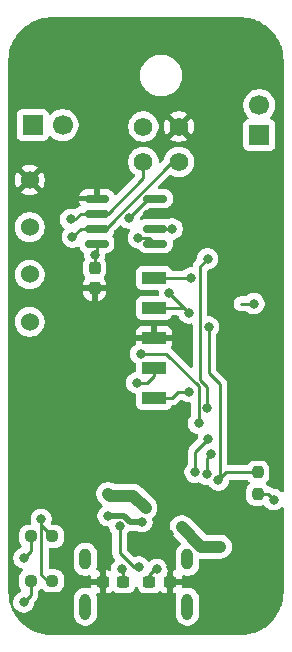
<source format=gbl>
G04 #@! TF.GenerationSoftware,KiCad,Pcbnew,9.0.7*
G04 #@! TF.CreationDate,2026-02-02T13:56:50-05:00*
G04 #@! TF.ProjectId,usbdbg,75736264-6267-42e6-9b69-6361645f7063,rev?*
G04 #@! TF.SameCoordinates,Original*
G04 #@! TF.FileFunction,Copper,L2,Bot*
G04 #@! TF.FilePolarity,Positive*
%FSLAX46Y46*%
G04 Gerber Fmt 4.6, Leading zero omitted, Abs format (unit mm)*
G04 Created by KiCad (PCBNEW 9.0.7) date 2026-02-02 13:56:50*
%MOMM*%
%LPD*%
G01*
G04 APERTURE LIST*
G04 Aperture macros list*
%AMRoundRect*
0 Rectangle with rounded corners*
0 $1 Rounding radius*
0 $2 $3 $4 $5 $6 $7 $8 $9 X,Y pos of 4 corners*
0 Add a 4 corners polygon primitive as box body*
4,1,4,$2,$3,$4,$5,$6,$7,$8,$9,$2,$3,0*
0 Add four circle primitives for the rounded corners*
1,1,$1+$1,$2,$3*
1,1,$1+$1,$4,$5*
1,1,$1+$1,$6,$7*
1,1,$1+$1,$8,$9*
0 Add four rect primitives between the rounded corners*
20,1,$1+$1,$2,$3,$4,$5,0*
20,1,$1+$1,$4,$5,$6,$7,0*
20,1,$1+$1,$6,$7,$8,$9,0*
20,1,$1+$1,$8,$9,$2,$3,0*%
G04 Aperture macros list end*
G04 #@! TA.AperFunction,ComponentPad*
%ADD10C,1.530000*%
G04 #@! TD*
G04 #@! TA.AperFunction,ComponentPad*
%ADD11C,0.800000*%
G04 #@! TD*
G04 #@! TA.AperFunction,ComponentPad*
%ADD12C,6.400000*%
G04 #@! TD*
G04 #@! TA.AperFunction,ComponentPad*
%ADD13R,1.700000X1.700000*%
G04 #@! TD*
G04 #@! TA.AperFunction,ComponentPad*
%ADD14C,1.700000*%
G04 #@! TD*
G04 #@! TA.AperFunction,WasherPad*
%ADD15O,0.990600X1.803400*%
G04 #@! TD*
G04 #@! TA.AperFunction,WasherPad*
%ADD16O,0.990600X2.209800*%
G04 #@! TD*
G04 #@! TA.AperFunction,ComponentPad*
%ADD17C,1.574800*%
G04 #@! TD*
G04 #@! TA.AperFunction,SMDPad,CuDef*
%ADD18RoundRect,0.237500X-0.237500X0.300000X-0.237500X-0.300000X0.237500X-0.300000X0.237500X0.300000X0*%
G04 #@! TD*
G04 #@! TA.AperFunction,SMDPad,CuDef*
%ADD19RoundRect,0.237500X-0.300000X-0.237500X0.300000X-0.237500X0.300000X0.237500X-0.300000X0.237500X0*%
G04 #@! TD*
G04 #@! TA.AperFunction,SMDPad,CuDef*
%ADD20RoundRect,0.237500X0.300000X0.237500X-0.300000X0.237500X-0.300000X-0.237500X0.300000X-0.237500X0*%
G04 #@! TD*
G04 #@! TA.AperFunction,SMDPad,CuDef*
%ADD21RoundRect,0.237500X-0.250000X-0.237500X0.250000X-0.237500X0.250000X0.237500X-0.250000X0.237500X0*%
G04 #@! TD*
G04 #@! TA.AperFunction,SMDPad,CuDef*
%ADD22R,2.000000X1.000000*%
G04 #@! TD*
G04 #@! TA.AperFunction,SMDPad,CuDef*
%ADD23RoundRect,0.237500X0.237500X-0.250000X0.237500X0.250000X-0.237500X0.250000X-0.237500X-0.250000X0*%
G04 #@! TD*
G04 #@! TA.AperFunction,SMDPad,CuDef*
%ADD24RoundRect,0.150000X0.825000X0.150000X-0.825000X0.150000X-0.825000X-0.150000X0.825000X-0.150000X0*%
G04 #@! TD*
G04 #@! TA.AperFunction,SMDPad,CuDef*
%ADD25RoundRect,0.237500X0.250000X0.237500X-0.250000X0.237500X-0.250000X-0.237500X0.250000X-0.237500X0*%
G04 #@! TD*
G04 #@! TA.AperFunction,ViaPad*
%ADD26C,0.800000*%
G04 #@! TD*
G04 #@! TA.AperFunction,Conductor*
%ADD27C,0.250000*%
G04 #@! TD*
G04 #@! TA.AperFunction,Conductor*
%ADD28C,1.000000*%
G04 #@! TD*
G04 #@! TA.AperFunction,Conductor*
%ADD29C,0.500000*%
G04 #@! TD*
G04 APERTURE END LIST*
D10*
G04 #@! TO.P,GND,1,1*
G04 #@! TO.N,GND*
X176600000Y-38775000D03*
G04 #@! TD*
D11*
G04 #@! TO.P,H1,1,1*
G04 #@! TO.N,GND*
X176050000Y-28650000D03*
X176752944Y-26952944D03*
X176752944Y-30347056D03*
X178450000Y-26250000D03*
D12*
X178450000Y-28650000D03*
D11*
X178450000Y-31050000D03*
X180147056Y-26952944D03*
X180147056Y-30347056D03*
X180850000Y-28650000D03*
G04 #@! TD*
D13*
G04 #@! TO.P,PWR,1,A*
G04 #@! TO.N,+5V*
X196037200Y-34975800D03*
D14*
G04 #@! TO.P,PWR,2,B*
G04 #@! TO.N,Net-(J3-Pin_1)*
X196037200Y-32435800D03*
G04 #@! TD*
D10*
G04 #@! TO.P,5V,1,1*
G04 #@! TO.N,+5V*
X176600000Y-50775000D03*
G04 #@! TD*
D15*
G04 #@! TO.P,J4,*
G04 #@! TO.N,*
X181305000Y-70895050D03*
D16*
X181305000Y-74895051D03*
D15*
X189945000Y-70895050D03*
D16*
X189945000Y-74895051D03*
G04 #@! TD*
D11*
G04 #@! TO.P,H2,1,1*
G04 #@! TO.N,GND*
X192050001Y-73650001D03*
X192752945Y-71952945D03*
X192752945Y-75347057D03*
X194450001Y-71250001D03*
D12*
X194450001Y-73650001D03*
D11*
X194450001Y-76050001D03*
X196147057Y-71952945D03*
X196147057Y-75347057D03*
X196850001Y-73650001D03*
G04 #@! TD*
D13*
G04 #@! TO.P,TERM,1,A*
G04 #@! TO.N,Net-(JP1-A)*
X176855529Y-34128245D03*
D14*
G04 #@! TO.P,TERM,2,B*
G04 #@! TO.N,/CANL*
X179395529Y-34128245D03*
G04 #@! TD*
D10*
G04 #@! TO.P,CANH,1,1*
G04 #@! TO.N,/CANH*
X176600000Y-42775000D03*
G04 #@! TD*
G04 #@! TO.P,CANL,1,1*
G04 #@! TO.N,/CANL*
X176600000Y-46775000D03*
G04 #@! TD*
D17*
G04 #@! TO.P,J3,1,Pin_1*
G04 #@! TO.N,Net-(J3-Pin_1)*
X186225000Y-34250000D03*
G04 #@! TO.P,J3,2,Pin_2*
G04 #@! TO.N,GND*
X189224999Y-34250000D03*
G04 #@! TO.P,J3,3,Pin_3*
G04 #@! TO.N,/CANH*
X186225000Y-37249999D03*
G04 #@! TO.P,J3,4,Pin_4*
G04 #@! TO.N,/CANL*
X189224999Y-37249999D03*
G04 #@! TD*
D18*
G04 #@! TO.P,C4,1*
G04 #@! TO.N,+5V*
X182092600Y-46229100D03*
G04 #@! TO.P,C4,2*
G04 #@! TO.N,GND*
X182092600Y-47954100D03*
G04 #@! TD*
D19*
G04 #@! TO.P,R6,1*
G04 #@! TO.N,Net-(J4-CC2)*
X186737500Y-72800000D03*
G04 #@! TO.P,R6,2*
G04 #@! TO.N,GND*
X188462500Y-72800000D03*
G04 #@! TD*
D20*
G04 #@! TO.P,R7,1*
G04 #@! TO.N,Net-(J4-CC1)*
X184512500Y-72800000D03*
G04 #@! TO.P,R7,2*
G04 #@! TO.N,GND*
X182787500Y-72800000D03*
G04 #@! TD*
D21*
G04 #@! TO.P,R1,1*
G04 #@! TO.N,Net-(D1-A)*
X176687500Y-68950000D03*
G04 #@! TO.P,R1,2*
G04 #@! TO.N,+5V*
X178512500Y-68950000D03*
G04 #@! TD*
D22*
G04 #@! TO.P,J1,1,Pin_1*
G04 #@! TO.N,/~{MCLR}*
X187121800Y-57226200D03*
G04 #@! TO.P,J1,2,Pin_2*
G04 #@! TO.N,+5V*
X187121800Y-54686200D03*
G04 #@! TO.P,J1,3,Pin_3*
G04 #@! TO.N,GND*
X187121800Y-52146200D03*
G04 #@! TO.P,J1,4,Pin_4*
G04 #@! TO.N,/ICSPDAT*
X187121800Y-49606200D03*
G04 #@! TO.P,J1,5,Pin_5*
G04 #@! TO.N,/ICSPCLK*
X187121800Y-47066200D03*
G04 #@! TD*
D23*
G04 #@! TO.P,R4,1*
G04 #@! TO.N,+5V*
X195910200Y-65352300D03*
G04 #@! TO.P,R4,2*
G04 #@! TO.N,/CAN_INT*
X195910200Y-63527300D03*
G04 #@! TD*
D24*
G04 #@! TO.P,U3,1,TXD*
G04 #@! TO.N,Net-(U2-TXCAN)*
X187225000Y-40345000D03*
G04 #@! TO.P,U3,2,VSS*
G04 #@! TO.N,GND*
X187225000Y-41615000D03*
G04 #@! TO.P,U3,3,VDD*
G04 #@! TO.N,+5V*
X187225000Y-42885000D03*
G04 #@! TO.P,U3,4,RXD*
G04 #@! TO.N,Net-(U2-RXCAN)*
X187225000Y-44155000D03*
G04 #@! TO.P,U3,5,VIO*
G04 #@! TO.N,+5V*
X182275000Y-44155000D03*
G04 #@! TO.P,U3,6,CANL*
G04 #@! TO.N,/CANL*
X182275000Y-42885000D03*
G04 #@! TO.P,U3,7,CANH*
G04 #@! TO.N,/CANH*
X182275000Y-41615000D03*
G04 #@! TO.P,U3,8,STBY*
G04 #@! TO.N,GND*
X182275000Y-40345000D03*
G04 #@! TD*
D25*
G04 #@! TO.P,R2,1*
G04 #@! TO.N,+5V*
X178512500Y-72725000D03*
G04 #@! TO.P,R2,2*
G04 #@! TO.N,Net-(D2-A)*
X176687500Y-72725000D03*
G04 #@! TD*
D26*
G04 #@! TO.N,+5V*
X197256400Y-65836800D03*
X183235600Y-65354200D03*
X182092600Y-45085000D03*
X186410600Y-66548000D03*
X177575000Y-67500000D03*
X192735200Y-69824600D03*
X185648600Y-55956200D03*
X188671200Y-42926000D03*
X189471300Y-68160900D03*
G04 #@! TO.N,GND*
X188575000Y-71525000D03*
X192024000Y-67411600D03*
X186131200Y-59055000D03*
X182500000Y-52250000D03*
X187426600Y-65328800D03*
X182750000Y-71600000D03*
X188398204Y-68751396D03*
X182092600Y-69113400D03*
X190652400Y-40640000D03*
G04 #@! TO.N,Net-(D1-K)*
X191731900Y-60693300D03*
X190601600Y-63525400D03*
G04 #@! TO.N,Net-(D1-A)*
X176100000Y-70775000D03*
G04 #@! TO.N,Net-(D2-K)*
X191588863Y-63703513D03*
X191947800Y-62001400D03*
G04 #@! TO.N,Net-(D2-A)*
X176100000Y-74500000D03*
G04 #@! TO.N,/~{MCLR}*
X190100000Y-56700000D03*
G04 #@! TO.N,/ICSPDAT*
X188435084Y-48385084D03*
X190064393Y-50034193D03*
G04 #@! TO.N,/ICSPCLK*
X190220600Y-47070000D03*
G04 #@! TO.N,/USB_D-*
X185875000Y-71550000D03*
X184225000Y-68050000D03*
G04 #@! TO.N,/CANH*
X180060600Y-42113200D03*
G04 #@! TO.N,/CANL*
X180213000Y-43611800D03*
G04 #@! TO.N,/CAN_INT*
X192582800Y-64185800D03*
G04 #@! TO.N,/CLKOUT*
X190900000Y-59385200D03*
X186000000Y-53500000D03*
G04 #@! TO.N,/CS*
X191628200Y-58100000D03*
X191655700Y-45453300D03*
G04 #@! TO.N,Net-(U2-RXCAN)*
X185801000Y-43662600D03*
G04 #@! TO.N,Net-(U2-TXCAN)*
X184988200Y-42011600D03*
G04 #@! TO.N,Net-(F1-Pad2)*
X186103200Y-67716400D03*
X183235600Y-67208400D03*
G04 #@! TO.N,Net-(J4-CC1)*
X184375000Y-71750000D03*
G04 #@! TO.N,Net-(J4-CC2)*
X187375000Y-71750000D03*
G04 #@! TO.N,+5V*
X195580000Y-49250600D03*
G04 #@! TO.N,/CAN_INT*
X191749000Y-51231800D03*
G04 #@! TD*
D27*
G04 #@! TO.N,/CAN_INT*
X192677000Y-64091600D02*
X192582800Y-64185800D01*
X192677000Y-56023800D02*
X192677000Y-64091600D01*
X191749000Y-55095800D02*
X192677000Y-56023800D01*
X191749000Y-51231800D02*
X191749000Y-55095800D01*
X193241300Y-63527300D02*
X192582800Y-64185800D01*
X195910200Y-63527300D02*
X193241300Y-63527300D01*
G04 #@! TO.N,+5V*
X196771900Y-65352300D02*
X197256400Y-65836800D01*
X195910200Y-65352300D02*
X196771900Y-65352300D01*
X187118000Y-55350400D02*
X187118000Y-54690000D01*
X187118000Y-54690000D02*
X187121800Y-54686200D01*
X186512200Y-55956200D02*
X187118000Y-55350400D01*
X185648600Y-55956200D02*
X186512200Y-55956200D01*
D28*
X183388000Y-65506600D02*
X185369200Y-65506600D01*
X183235600Y-65354200D02*
X183388000Y-65506600D01*
X185369200Y-65506600D02*
X186410600Y-66548000D01*
D27*
X188645800Y-42926000D02*
X188604800Y-42885000D01*
X188604800Y-42885000D02*
X187225000Y-42885000D01*
X177575000Y-68012500D02*
X177575000Y-72190400D01*
X177575000Y-67500000D02*
X177575000Y-68012500D01*
X182275000Y-44155000D02*
X182275000Y-44902600D01*
X182275000Y-44902600D02*
X182092600Y-45085000D01*
X177575000Y-72190400D02*
X178109600Y-72725000D01*
X181914800Y-45262800D02*
X182092600Y-45085000D01*
X178109600Y-72725000D02*
X178512500Y-72725000D01*
D28*
X191135000Y-69824600D02*
X192735200Y-69824600D01*
D27*
X177575000Y-68012500D02*
X178512500Y-68950000D01*
D28*
X189471300Y-68160900D02*
X191135000Y-69824600D01*
D27*
X188671200Y-42926000D02*
X188645800Y-42926000D01*
X182092600Y-45085000D02*
X182092600Y-46229100D01*
G04 #@! TO.N,Net-(D1-K)*
X190601600Y-61823600D02*
X190601600Y-63525400D01*
X191731900Y-60693300D02*
X190601600Y-61823600D01*
G04 #@! TO.N,Net-(D1-A)*
X176687500Y-70187500D02*
X176687500Y-68950000D01*
X176100000Y-70775000D02*
X176687500Y-70187500D01*
G04 #@! TO.N,Net-(D2-K)*
X191592200Y-62357000D02*
X191947800Y-62001400D01*
X191588863Y-63703513D02*
X191592200Y-63700176D01*
X191592200Y-63700176D02*
X191592200Y-62357000D01*
G04 #@! TO.N,Net-(D2-A)*
X176687500Y-72725000D02*
X176687500Y-73912500D01*
X176687500Y-73912500D02*
X176100000Y-74500000D01*
G04 #@! TO.N,/~{MCLR}*
X187125600Y-57230000D02*
X187121800Y-57226200D01*
X188620000Y-57230000D02*
X187125600Y-57230000D01*
X190100000Y-56700000D02*
X189150000Y-56700000D01*
X189150000Y-56700000D02*
X188620000Y-57230000D01*
G04 #@! TO.N,/ICSPDAT*
X187125600Y-49610000D02*
X189660000Y-49610000D01*
X187121800Y-49606200D02*
X187125600Y-49610000D01*
X190064393Y-50034193D02*
X190064393Y-50014393D01*
X190064393Y-50014393D02*
X189660000Y-49610000D01*
X188435084Y-48385084D02*
X189660000Y-49610000D01*
G04 #@! TO.N,/ICSPCLK*
X187125600Y-47070000D02*
X187121800Y-47066200D01*
X190220600Y-47070000D02*
X187125600Y-47070000D01*
G04 #@! TO.N,/USB_D-*
X185875000Y-71550000D02*
X185400000Y-71550000D01*
X185400000Y-71550000D02*
X184225000Y-70375000D01*
X184225000Y-70375000D02*
X184225000Y-68050000D01*
G04 #@! TO.N,/CANH*
X182275000Y-41615000D02*
X183249999Y-41615000D01*
X180060600Y-42113200D02*
X180467000Y-42113200D01*
X183249999Y-41615000D02*
X186225000Y-38639999D01*
X186225000Y-38639999D02*
X186225000Y-37249999D01*
X180965200Y-41615000D02*
X182275000Y-41615000D01*
X180467000Y-42113200D02*
X180965200Y-41615000D01*
G04 #@! TO.N,/CANL*
X183028152Y-42885000D02*
X188663153Y-37249999D01*
X188663153Y-37249999D02*
X189224999Y-37249999D01*
X182275000Y-42885000D02*
X180939800Y-42885000D01*
X182275000Y-42885000D02*
X183028152Y-42885000D01*
X180939800Y-42885000D02*
X180213000Y-43611800D01*
G04 #@! TO.N,/CLKOUT*
X188150000Y-53500000D02*
X186000000Y-53500000D01*
X190900000Y-59385200D02*
X190900000Y-56250000D01*
X190900000Y-56250000D02*
X188150000Y-53500000D01*
G04 #@! TO.N,/CS*
X191020800Y-46088200D02*
X191020800Y-55728464D01*
X191020800Y-55728464D02*
X191628200Y-56335864D01*
X191655700Y-45453300D02*
X191020800Y-46088200D01*
X191628200Y-56335864D02*
X191628200Y-58100000D01*
G04 #@! TO.N,Net-(U2-RXCAN)*
X186732600Y-43662600D02*
X187225000Y-44155000D01*
X185801000Y-43662600D02*
X186732600Y-43662600D01*
G04 #@! TO.N,Net-(U2-TXCAN)*
X186654800Y-40345000D02*
X184988200Y-42011600D01*
X184988200Y-42011600D02*
X184835800Y-42164000D01*
X187225000Y-40345000D02*
X186654800Y-40345000D01*
D29*
G04 #@! TO.N,Net-(F1-Pad2)*
X183248200Y-67195800D02*
X183235600Y-67208400D01*
X185079200Y-67696178D02*
X184578822Y-67195800D01*
X184578822Y-67195800D02*
X183248200Y-67195800D01*
X186103200Y-67716400D02*
X185089800Y-67716400D01*
X185089800Y-67716400D02*
X185079200Y-67705800D01*
X185079200Y-67705800D02*
X185079200Y-67696178D01*
D27*
G04 #@! TO.N,Net-(J4-CC1)*
X184512500Y-71887500D02*
X184375000Y-71750000D01*
X184512500Y-72800000D02*
X184512500Y-71887500D01*
G04 #@! TO.N,Net-(J4-CC2)*
X186737500Y-72187500D02*
X186737500Y-72800000D01*
X187375000Y-71750000D02*
X187175000Y-71750000D01*
X187175000Y-71750000D02*
X186737500Y-72187500D01*
G04 #@! TO.N,+5V*
X194485900Y-49250600D02*
X195580000Y-49250600D01*
X195580000Y-49250600D02*
X195453000Y-49250600D01*
G04 #@! TD*
G04 #@! TA.AperFunction,Conductor*
G04 #@! TO.N,GND*
G36*
X194453033Y-25000649D02*
G01*
X194769771Y-25016209D01*
X194776547Y-25016731D01*
X194849882Y-25024438D01*
X194855006Y-25025088D01*
X195131308Y-25066074D01*
X195138862Y-25067436D01*
X195205332Y-25081564D01*
X195209631Y-25082559D01*
X195486939Y-25152021D01*
X195495103Y-25154367D01*
X195549191Y-25171941D01*
X195552561Y-25173091D01*
X195832822Y-25273371D01*
X195841469Y-25276837D01*
X195874916Y-25291729D01*
X195877478Y-25292905D01*
X195977156Y-25340048D01*
X196164868Y-25428830D01*
X196175591Y-25434562D01*
X196309937Y-25515086D01*
X196472324Y-25612417D01*
X196482442Y-25619177D01*
X196760329Y-25825272D01*
X196769735Y-25832992D01*
X197026079Y-26065329D01*
X197034670Y-26073920D01*
X197231808Y-26291428D01*
X197267007Y-26330264D01*
X197274727Y-26339670D01*
X197480822Y-26617557D01*
X197487582Y-26627675D01*
X197665431Y-26924398D01*
X197671168Y-26935130D01*
X197807085Y-27222502D01*
X197808269Y-27225082D01*
X197823161Y-27258529D01*
X197826633Y-27267191D01*
X197926885Y-27547374D01*
X197928065Y-27550832D01*
X197945630Y-27604893D01*
X197947983Y-27613081D01*
X198017433Y-27890343D01*
X198018439Y-27894691D01*
X198032559Y-27961120D01*
X198033927Y-27968706D01*
X198074903Y-28244938D01*
X198075566Y-28250171D01*
X198083263Y-28323401D01*
X198083793Y-28330279D01*
X198099351Y-28646967D01*
X198099500Y-28653051D01*
X198099500Y-65107038D01*
X198079815Y-65174077D01*
X198027011Y-65219832D01*
X197957853Y-65229776D01*
X197894297Y-65200751D01*
X197887819Y-65194719D01*
X197830438Y-65137338D01*
X197830434Y-65137335D01*
X197682953Y-65038790D01*
X197682940Y-65038783D01*
X197519067Y-64970906D01*
X197519058Y-64970903D01*
X197345094Y-64936300D01*
X197345091Y-64936300D01*
X197291853Y-64936300D01*
X197268639Y-64929483D01*
X197244576Y-64926934D01*
X197232483Y-64918866D01*
X197224814Y-64916615D01*
X197214195Y-64908971D01*
X197208942Y-64904751D01*
X197170633Y-64866442D01*
X197119409Y-64832215D01*
X197068186Y-64797988D01*
X196976075Y-64759835D01*
X196954352Y-64750837D01*
X196893929Y-64738818D01*
X196890047Y-64738045D01*
X196890040Y-64738044D01*
X196829132Y-64725929D01*
X196767221Y-64693544D01*
X196747786Y-64669409D01*
X196730542Y-64641453D01*
X196730539Y-64641449D01*
X196616571Y-64527481D01*
X196583086Y-64466158D01*
X196588070Y-64396466D01*
X196616571Y-64352119D01*
X196645281Y-64323409D01*
X196730540Y-64238150D01*
X196821108Y-64091316D01*
X196875374Y-63927553D01*
X196885700Y-63826477D01*
X196885699Y-63228124D01*
X196875374Y-63127047D01*
X196821108Y-62963284D01*
X196730540Y-62816450D01*
X196608550Y-62694460D01*
X196461716Y-62603892D01*
X196297953Y-62549626D01*
X196297951Y-62549625D01*
X196196878Y-62539300D01*
X195623530Y-62539300D01*
X195623512Y-62539301D01*
X195522447Y-62549625D01*
X195358684Y-62603892D01*
X195358681Y-62603893D01*
X195211848Y-62694461D01*
X195089859Y-62816450D01*
X195073548Y-62842896D01*
X195021600Y-62889621D01*
X194968009Y-62901800D01*
X193426500Y-62901800D01*
X193359461Y-62882115D01*
X193313706Y-62829311D01*
X193302500Y-62777800D01*
X193302500Y-55962192D01*
X193292300Y-55910917D01*
X193292298Y-55910908D01*
X193291371Y-55906248D01*
X193287585Y-55887207D01*
X193278463Y-55841348D01*
X193231311Y-55727514D01*
X193231310Y-55727513D01*
X193231307Y-55727507D01*
X193162858Y-55625067D01*
X193162855Y-55625063D01*
X193072637Y-55534845D01*
X193072606Y-55534816D01*
X192410819Y-54873029D01*
X192377334Y-54811706D01*
X192374500Y-54785348D01*
X192374500Y-51931161D01*
X192394185Y-51864122D01*
X192410820Y-51843479D01*
X192448461Y-51805838D01*
X192448464Y-51805835D01*
X192547013Y-51658347D01*
X192614894Y-51494466D01*
X192632867Y-51404113D01*
X192649499Y-51320495D01*
X192649500Y-51320493D01*
X192649500Y-51143106D01*
X192649499Y-51143104D01*
X192614896Y-50969141D01*
X192614893Y-50969132D01*
X192547016Y-50805259D01*
X192547009Y-50805246D01*
X192448464Y-50657765D01*
X192448461Y-50657761D01*
X192323038Y-50532338D01*
X192323034Y-50532335D01*
X192175553Y-50433790D01*
X192175540Y-50433783D01*
X192011667Y-50365906D01*
X192011658Y-50365903D01*
X191837694Y-50331300D01*
X191837691Y-50331300D01*
X191770300Y-50331300D01*
X191703261Y-50311615D01*
X191657506Y-50258811D01*
X191646300Y-50207300D01*
X191646300Y-49188989D01*
X193860400Y-49188989D01*
X193860400Y-49312210D01*
X193884435Y-49433044D01*
X193884438Y-49433054D01*
X193931587Y-49546883D01*
X193931592Y-49546892D01*
X194000041Y-49649332D01*
X194000044Y-49649336D01*
X194087163Y-49736455D01*
X194087167Y-49736458D01*
X194189607Y-49804907D01*
X194189613Y-49804910D01*
X194189614Y-49804911D01*
X194303448Y-49852063D01*
X194424289Y-49876099D01*
X194424293Y-49876100D01*
X194424294Y-49876100D01*
X194880639Y-49876100D01*
X194947678Y-49895785D01*
X194968321Y-49912420D01*
X195005961Y-49950061D01*
X195005965Y-49950064D01*
X195153446Y-50048609D01*
X195153459Y-50048616D01*
X195276363Y-50099523D01*
X195317334Y-50116494D01*
X195317336Y-50116494D01*
X195317341Y-50116496D01*
X195491304Y-50151099D01*
X195491307Y-50151100D01*
X195491309Y-50151100D01*
X195668693Y-50151100D01*
X195668694Y-50151099D01*
X195726682Y-50139564D01*
X195842658Y-50116496D01*
X195842661Y-50116494D01*
X195842666Y-50116494D01*
X196006547Y-50048613D01*
X196154035Y-49950064D01*
X196279464Y-49824635D01*
X196378013Y-49677147D01*
X196445894Y-49513266D01*
X196446644Y-49509500D01*
X196480499Y-49339295D01*
X196480500Y-49339293D01*
X196480500Y-49161906D01*
X196480499Y-49161904D01*
X196445896Y-48987941D01*
X196445893Y-48987932D01*
X196378016Y-48824059D01*
X196378009Y-48824046D01*
X196279464Y-48676565D01*
X196279461Y-48676561D01*
X196154038Y-48551138D01*
X196154034Y-48551135D01*
X196006553Y-48452590D01*
X196006540Y-48452583D01*
X195842667Y-48384706D01*
X195842658Y-48384703D01*
X195668694Y-48350100D01*
X195668691Y-48350100D01*
X195491309Y-48350100D01*
X195491306Y-48350100D01*
X195317341Y-48384703D01*
X195317332Y-48384706D01*
X195153459Y-48452583D01*
X195153446Y-48452590D01*
X195005965Y-48551135D01*
X195005961Y-48551138D01*
X194968321Y-48588780D01*
X194906999Y-48622266D01*
X194880639Y-48625100D01*
X194424289Y-48625100D01*
X194303455Y-48649135D01*
X194303445Y-48649138D01*
X194189616Y-48696287D01*
X194189607Y-48696292D01*
X194087167Y-48764741D01*
X194087163Y-48764744D01*
X194000044Y-48851863D01*
X194000041Y-48851867D01*
X193931592Y-48954307D01*
X193931587Y-48954316D01*
X193884438Y-49068145D01*
X193884435Y-49068155D01*
X193860400Y-49188989D01*
X191646300Y-49188989D01*
X191646300Y-46475075D01*
X191665985Y-46408036D01*
X191718789Y-46362281D01*
X191746106Y-46353458D01*
X191814076Y-46339938D01*
X191918358Y-46319196D01*
X191918361Y-46319194D01*
X191918366Y-46319194D01*
X192082247Y-46251313D01*
X192229735Y-46152764D01*
X192355164Y-46027335D01*
X192453713Y-45879847D01*
X192521594Y-45715966D01*
X192526233Y-45692647D01*
X192556199Y-45541995D01*
X192556200Y-45541993D01*
X192556200Y-45364606D01*
X192556199Y-45364604D01*
X192521596Y-45190641D01*
X192521593Y-45190632D01*
X192453716Y-45026759D01*
X192453709Y-45026746D01*
X192355164Y-44879265D01*
X192355161Y-44879261D01*
X192229738Y-44753838D01*
X192229734Y-44753835D01*
X192082253Y-44655290D01*
X192082240Y-44655283D01*
X191918367Y-44587406D01*
X191918358Y-44587403D01*
X191744394Y-44552800D01*
X191744391Y-44552800D01*
X191567009Y-44552800D01*
X191567006Y-44552800D01*
X191393041Y-44587403D01*
X191393032Y-44587406D01*
X191229159Y-44655283D01*
X191229146Y-44655290D01*
X191081665Y-44753835D01*
X191081661Y-44753838D01*
X190956238Y-44879261D01*
X190956235Y-44879265D01*
X190857690Y-45026746D01*
X190857683Y-45026759D01*
X190789806Y-45190632D01*
X190789803Y-45190641D01*
X190755200Y-45364604D01*
X190755200Y-45417847D01*
X190746555Y-45447287D01*
X190740032Y-45477274D01*
X190736277Y-45482289D01*
X190735515Y-45484886D01*
X190718881Y-45505528D01*
X190683748Y-45540661D01*
X190622070Y-45602339D01*
X190622067Y-45602342D01*
X190578503Y-45645905D01*
X190534940Y-45689468D01*
X190517241Y-45715958D01*
X190517236Y-45715966D01*
X190475219Y-45778847D01*
X190466486Y-45791917D01*
X190466485Y-45791919D01*
X190436521Y-45864261D01*
X190419338Y-45905743D01*
X190419338Y-45905745D01*
X190419337Y-45905748D01*
X190395300Y-46026594D01*
X190395300Y-46026596D01*
X190395300Y-46045500D01*
X190375615Y-46112539D01*
X190322811Y-46158294D01*
X190271300Y-46169500D01*
X190131906Y-46169500D01*
X189957941Y-46204103D01*
X189957932Y-46204106D01*
X189794059Y-46271983D01*
X189794046Y-46271990D01*
X189646565Y-46370535D01*
X189646561Y-46370538D01*
X189608921Y-46408180D01*
X189547599Y-46441666D01*
X189521239Y-46444500D01*
X188696684Y-46444500D01*
X188629645Y-46424815D01*
X188583890Y-46372011D01*
X188580502Y-46363833D01*
X188565597Y-46323871D01*
X188565593Y-46323864D01*
X188479347Y-46208655D01*
X188479344Y-46208652D01*
X188364135Y-46122406D01*
X188364128Y-46122402D01*
X188229282Y-46072108D01*
X188229283Y-46072108D01*
X188169683Y-46065701D01*
X188169681Y-46065700D01*
X188169673Y-46065700D01*
X188169664Y-46065700D01*
X186073929Y-46065700D01*
X186073923Y-46065701D01*
X186014316Y-46072108D01*
X185879471Y-46122402D01*
X185879464Y-46122406D01*
X185764255Y-46208652D01*
X185764252Y-46208655D01*
X185678006Y-46323864D01*
X185678002Y-46323871D01*
X185627708Y-46458717D01*
X185621301Y-46518316D01*
X185621300Y-46518335D01*
X185621300Y-47614070D01*
X185621301Y-47614076D01*
X185627708Y-47673683D01*
X185678002Y-47808528D01*
X185678006Y-47808535D01*
X185764252Y-47923744D01*
X185764255Y-47923747D01*
X185879464Y-48009993D01*
X185879471Y-48009997D01*
X186014317Y-48060291D01*
X186014316Y-48060291D01*
X186021244Y-48061035D01*
X186073927Y-48066700D01*
X187429178Y-48066699D01*
X187496217Y-48086384D01*
X187541972Y-48139187D01*
X187551916Y-48208346D01*
X187550795Y-48214890D01*
X187534584Y-48296388D01*
X187534584Y-48479867D01*
X187532216Y-48479867D01*
X187521132Y-48538224D01*
X187473052Y-48588920D01*
X187410764Y-48605700D01*
X186073929Y-48605700D01*
X186073923Y-48605701D01*
X186014316Y-48612108D01*
X185879471Y-48662402D01*
X185879464Y-48662406D01*
X185764255Y-48748652D01*
X185764252Y-48748655D01*
X185678006Y-48863864D01*
X185678002Y-48863871D01*
X185627708Y-48998717D01*
X185621301Y-49058316D01*
X185621300Y-49058335D01*
X185621300Y-50154070D01*
X185621301Y-50154076D01*
X185627708Y-50213683D01*
X185678002Y-50348528D01*
X185678006Y-50348535D01*
X185764252Y-50463744D01*
X185764255Y-50463747D01*
X185879464Y-50549993D01*
X185879471Y-50549997D01*
X186014317Y-50600291D01*
X186014316Y-50600291D01*
X186021244Y-50601035D01*
X186073927Y-50606700D01*
X188169672Y-50606699D01*
X188229283Y-50600291D01*
X188364131Y-50549996D01*
X188479346Y-50463746D01*
X188565596Y-50348531D01*
X188577667Y-50316168D01*
X188619537Y-50260234D01*
X188685001Y-50235816D01*
X188693849Y-50235500D01*
X189090230Y-50235500D01*
X189157269Y-50255185D01*
X189203024Y-50307989D01*
X189204759Y-50311974D01*
X189255216Y-50433787D01*
X189266381Y-50460742D01*
X189266383Y-50460746D01*
X189364928Y-50608227D01*
X189364931Y-50608231D01*
X189490354Y-50733654D01*
X189490358Y-50733657D01*
X189637839Y-50832202D01*
X189637852Y-50832209D01*
X189740188Y-50874597D01*
X189801727Y-50900087D01*
X189801729Y-50900087D01*
X189801734Y-50900089D01*
X189975697Y-50934692D01*
X189975700Y-50934693D01*
X189975702Y-50934693D01*
X190153085Y-50934693D01*
X190187521Y-50927842D01*
X190247109Y-50915990D01*
X190316699Y-50922217D01*
X190371877Y-50965079D01*
X190395122Y-51030969D01*
X190395300Y-51037607D01*
X190395300Y-54561348D01*
X190375615Y-54628387D01*
X190322811Y-54674142D01*
X190253653Y-54684086D01*
X190190097Y-54655061D01*
X190183619Y-54649029D01*
X188640198Y-53105608D01*
X188635860Y-53101270D01*
X188635858Y-53101267D01*
X188580219Y-53045628D01*
X188546735Y-52984304D01*
X188549486Y-52945849D01*
X188551720Y-52914614D01*
X188561626Y-52896472D01*
X188560901Y-52896076D01*
X188565150Y-52888293D01*
X188615397Y-52753576D01*
X188615398Y-52753572D01*
X188621799Y-52694044D01*
X188621800Y-52694027D01*
X188621800Y-52396200D01*
X185621800Y-52396200D01*
X185621800Y-52603403D01*
X185602115Y-52670442D01*
X185566691Y-52706505D01*
X185425965Y-52800535D01*
X185425961Y-52800538D01*
X185300538Y-52925961D01*
X185300535Y-52925965D01*
X185201990Y-53073446D01*
X185201983Y-53073459D01*
X185134106Y-53237332D01*
X185134103Y-53237341D01*
X185099500Y-53411304D01*
X185099500Y-53588695D01*
X185134103Y-53762658D01*
X185134106Y-53762667D01*
X185201983Y-53926540D01*
X185201990Y-53926553D01*
X185300535Y-54074034D01*
X185300538Y-54074038D01*
X185425964Y-54199464D01*
X185496840Y-54246822D01*
X185566192Y-54293161D01*
X185610996Y-54346772D01*
X185621300Y-54396262D01*
X185621300Y-54941724D01*
X185601615Y-55008763D01*
X185548811Y-55054518D01*
X185521492Y-55063341D01*
X185385940Y-55090304D01*
X185385932Y-55090306D01*
X185222059Y-55158183D01*
X185222046Y-55158190D01*
X185074565Y-55256735D01*
X185074561Y-55256738D01*
X184949138Y-55382161D01*
X184949135Y-55382165D01*
X184850590Y-55529646D01*
X184850583Y-55529659D01*
X184782706Y-55693532D01*
X184782703Y-55693541D01*
X184748100Y-55867504D01*
X184748100Y-56044895D01*
X184782703Y-56218858D01*
X184782706Y-56218867D01*
X184850583Y-56382740D01*
X184850590Y-56382753D01*
X184949135Y-56530234D01*
X184949138Y-56530238D01*
X185074561Y-56655661D01*
X185074565Y-56655664D01*
X185222046Y-56754209D01*
X185222059Y-56754216D01*
X185344963Y-56805123D01*
X185385934Y-56822094D01*
X185385936Y-56822094D01*
X185385941Y-56822096D01*
X185496715Y-56844130D01*
X185521491Y-56849058D01*
X185583402Y-56881442D01*
X185617976Y-56942158D01*
X185621300Y-56970675D01*
X185621300Y-57774070D01*
X185621301Y-57774076D01*
X185627708Y-57833683D01*
X185678002Y-57968528D01*
X185678006Y-57968535D01*
X185764252Y-58083744D01*
X185764255Y-58083747D01*
X185879464Y-58169993D01*
X185879471Y-58169997D01*
X186014317Y-58220291D01*
X186014316Y-58220291D01*
X186021244Y-58221035D01*
X186073927Y-58226700D01*
X188169672Y-58226699D01*
X188229283Y-58220291D01*
X188364131Y-58169996D01*
X188479346Y-58083746D01*
X188565596Y-57968531D01*
X188577901Y-57935537D01*
X188584277Y-57927020D01*
X188586804Y-57916685D01*
X188604850Y-57899537D01*
X188619770Y-57879606D01*
X188631079Y-57874614D01*
X188637454Y-57868557D01*
X188659504Y-57862068D01*
X188670827Y-57857071D01*
X188679054Y-57855500D01*
X188681607Y-57855500D01*
X188742029Y-57843481D01*
X188802452Y-57831463D01*
X188802455Y-57831461D01*
X188802458Y-57831461D01*
X188835787Y-57817654D01*
X188835786Y-57817654D01*
X188835792Y-57817652D01*
X188916286Y-57784312D01*
X188967509Y-57750084D01*
X189018733Y-57715858D01*
X189105858Y-57628733D01*
X189105859Y-57628731D01*
X189112925Y-57621665D01*
X189112927Y-57621661D01*
X189342866Y-57391722D01*
X189404186Y-57358240D01*
X189473878Y-57363224D01*
X189518225Y-57391725D01*
X189525961Y-57399461D01*
X189525965Y-57399464D01*
X189673446Y-57498009D01*
X189673459Y-57498016D01*
X189796363Y-57548923D01*
X189837334Y-57565894D01*
X189837336Y-57565894D01*
X189837341Y-57565896D01*
X190011304Y-57600499D01*
X190011307Y-57600500D01*
X190150500Y-57600500D01*
X190217539Y-57620185D01*
X190263294Y-57672989D01*
X190274500Y-57724500D01*
X190274500Y-58685838D01*
X190254815Y-58752877D01*
X190238181Y-58773519D01*
X190200538Y-58811161D01*
X190200535Y-58811165D01*
X190101990Y-58958646D01*
X190101983Y-58958659D01*
X190034106Y-59122532D01*
X190034103Y-59122541D01*
X189999500Y-59296504D01*
X189999500Y-59473895D01*
X190034103Y-59647858D01*
X190034106Y-59647867D01*
X190101983Y-59811740D01*
X190101990Y-59811753D01*
X190200535Y-59959234D01*
X190200538Y-59959238D01*
X190325961Y-60084661D01*
X190325965Y-60084664D01*
X190473446Y-60183209D01*
X190473459Y-60183216D01*
X190596363Y-60234123D01*
X190637334Y-60251094D01*
X190673802Y-60258348D01*
X190770173Y-60277518D01*
X190832083Y-60309903D01*
X190866658Y-60370619D01*
X190864989Y-60424220D01*
X190867194Y-60424659D01*
X190831400Y-60604604D01*
X190831400Y-60657847D01*
X190811715Y-60724886D01*
X190795081Y-60745528D01*
X190115744Y-61424864D01*
X190115738Y-61424872D01*
X190047290Y-61527308D01*
X190047288Y-61527313D01*
X190000140Y-61641138D01*
X190000137Y-61641146D01*
X189980728Y-61738731D01*
X189980727Y-61738735D01*
X189976100Y-61761993D01*
X189976100Y-62826038D01*
X189956415Y-62893077D01*
X189939781Y-62913719D01*
X189902138Y-62951361D01*
X189902135Y-62951365D01*
X189803590Y-63098846D01*
X189803583Y-63098859D01*
X189735706Y-63262732D01*
X189735703Y-63262741D01*
X189701100Y-63436704D01*
X189701100Y-63614095D01*
X189735703Y-63788058D01*
X189735706Y-63788067D01*
X189803583Y-63951940D01*
X189803590Y-63951953D01*
X189902135Y-64099434D01*
X189902138Y-64099438D01*
X190027561Y-64224861D01*
X190027565Y-64224864D01*
X190175046Y-64323409D01*
X190175059Y-64323416D01*
X190297963Y-64374323D01*
X190338934Y-64391294D01*
X190338936Y-64391294D01*
X190338941Y-64391296D01*
X190512904Y-64425899D01*
X190512907Y-64425900D01*
X190512909Y-64425900D01*
X190690293Y-64425900D01*
X190690294Y-64425899D01*
X190864266Y-64391294D01*
X190886197Y-64382209D01*
X190955663Y-64374738D01*
X191009690Y-64399702D01*
X191009763Y-64399593D01*
X191010455Y-64400055D01*
X191012315Y-64400915D01*
X191014828Y-64402977D01*
X191162309Y-64501522D01*
X191162322Y-64501529D01*
X191266184Y-64544549D01*
X191326197Y-64569407D01*
X191326199Y-64569407D01*
X191326204Y-64569409D01*
X191500167Y-64604012D01*
X191500170Y-64604013D01*
X191500172Y-64604013D01*
X191677552Y-64604013D01*
X191677554Y-64604013D01*
X191686023Y-64602328D01*
X191755612Y-64608551D01*
X191810792Y-64651410D01*
X191813322Y-64655053D01*
X191883335Y-64759834D01*
X191883338Y-64759838D01*
X192008761Y-64885261D01*
X192008765Y-64885264D01*
X192156246Y-64983809D01*
X192156259Y-64983816D01*
X192279163Y-65034723D01*
X192320134Y-65051694D01*
X192320136Y-65051694D01*
X192320141Y-65051696D01*
X192494104Y-65086299D01*
X192494107Y-65086300D01*
X192494109Y-65086300D01*
X192671493Y-65086300D01*
X192671494Y-65086299D01*
X192729482Y-65074764D01*
X192845458Y-65051696D01*
X192845461Y-65051694D01*
X192845466Y-65051694D01*
X193009347Y-64983813D01*
X193156835Y-64885264D01*
X193282264Y-64759835D01*
X193380813Y-64612347D01*
X193448694Y-64448466D01*
X193455054Y-64416496D01*
X193483299Y-64274495D01*
X193483300Y-64274491D01*
X193483300Y-64274484D01*
X193483897Y-64268431D01*
X193485705Y-64268609D01*
X193502985Y-64209761D01*
X193555789Y-64164006D01*
X193607300Y-64152800D01*
X194968009Y-64152800D01*
X195035048Y-64172485D01*
X195059774Y-64193402D01*
X195067508Y-64201912D01*
X195089860Y-64238150D01*
X195205929Y-64354219D01*
X195207913Y-64356402D01*
X195221937Y-64385281D01*
X195237314Y-64413442D01*
X195237095Y-64416496D01*
X195238434Y-64419253D01*
X195234619Y-64451121D01*
X195232330Y-64483134D01*
X195230434Y-64486083D01*
X195230130Y-64488627D01*
X195224133Y-64495888D01*
X195203829Y-64527481D01*
X195089861Y-64641448D01*
X194999293Y-64788281D01*
X194999291Y-64788286D01*
X194973393Y-64866442D01*
X194945026Y-64952047D01*
X194945026Y-64952048D01*
X194945025Y-64952048D01*
X194934700Y-65053115D01*
X194934700Y-65651469D01*
X194934701Y-65651487D01*
X194945025Y-65752552D01*
X194981309Y-65862049D01*
X194999292Y-65916316D01*
X195089860Y-66063150D01*
X195211850Y-66185140D01*
X195358684Y-66275708D01*
X195522447Y-66329974D01*
X195623523Y-66340300D01*
X196196876Y-66340299D01*
X196196884Y-66340298D01*
X196196887Y-66340298D01*
X196252230Y-66334644D01*
X196297953Y-66329974D01*
X196376110Y-66304074D01*
X196445938Y-66301672D01*
X196505980Y-66337403D01*
X196518217Y-66352889D01*
X196556935Y-66410834D01*
X196556938Y-66410838D01*
X196682361Y-66536261D01*
X196682365Y-66536264D01*
X196829846Y-66634809D01*
X196829859Y-66634816D01*
X196952763Y-66685723D01*
X196993734Y-66702694D01*
X196993736Y-66702694D01*
X196993741Y-66702696D01*
X197167704Y-66737299D01*
X197167707Y-66737300D01*
X197167709Y-66737300D01*
X197345093Y-66737300D01*
X197345094Y-66737299D01*
X197403082Y-66725764D01*
X197519058Y-66702696D01*
X197519061Y-66702694D01*
X197519066Y-66702694D01*
X197682947Y-66634813D01*
X197830435Y-66536264D01*
X197857766Y-66508933D01*
X197887819Y-66478881D01*
X197949142Y-66445396D01*
X198018834Y-66450380D01*
X198074767Y-66492252D01*
X198099184Y-66557716D01*
X198099500Y-66566562D01*
X198099500Y-73646948D01*
X198099351Y-73653032D01*
X198083793Y-73969719D01*
X198083263Y-73976597D01*
X198075566Y-74049827D01*
X198074903Y-74055060D01*
X198033927Y-74331292D01*
X198032559Y-74338878D01*
X198018439Y-74405307D01*
X198017433Y-74409655D01*
X197947983Y-74686917D01*
X197945630Y-74695105D01*
X197928065Y-74749166D01*
X197926885Y-74752624D01*
X197826633Y-75032807D01*
X197823161Y-75041469D01*
X197808269Y-75074916D01*
X197807085Y-75077496D01*
X197671168Y-75364868D01*
X197665431Y-75375600D01*
X197487582Y-75672324D01*
X197480822Y-75682442D01*
X197274727Y-75960329D01*
X197267007Y-75969735D01*
X197034677Y-76226072D01*
X197026072Y-76234677D01*
X196769735Y-76467007D01*
X196760329Y-76474727D01*
X196482442Y-76680822D01*
X196472324Y-76687582D01*
X196175600Y-76865431D01*
X196164868Y-76871168D01*
X195877496Y-77007085D01*
X195874916Y-77008269D01*
X195841469Y-77023161D01*
X195832807Y-77026633D01*
X195552624Y-77126885D01*
X195549166Y-77128065D01*
X195495105Y-77145630D01*
X195486917Y-77147983D01*
X195209655Y-77217433D01*
X195205307Y-77218439D01*
X195138878Y-77232559D01*
X195131292Y-77233927D01*
X194855060Y-77274903D01*
X194849827Y-77275566D01*
X194776597Y-77283263D01*
X194769719Y-77283793D01*
X194453033Y-77299351D01*
X194446949Y-77299500D01*
X178453051Y-77299500D01*
X178446967Y-77299351D01*
X178130279Y-77283793D01*
X178123401Y-77283263D01*
X178050171Y-77275566D01*
X178044938Y-77274903D01*
X177768706Y-77233927D01*
X177761120Y-77232559D01*
X177694691Y-77218439D01*
X177690343Y-77217433D01*
X177413081Y-77147983D01*
X177404893Y-77145630D01*
X177350832Y-77128065D01*
X177347374Y-77126885D01*
X177067191Y-77026633D01*
X177058529Y-77023161D01*
X177025082Y-77008269D01*
X177022502Y-77007085D01*
X176735130Y-76871168D01*
X176724398Y-76865431D01*
X176427675Y-76687582D01*
X176417557Y-76680822D01*
X176139670Y-76474727D01*
X176130264Y-76467007D01*
X176042119Y-76387117D01*
X175873920Y-76234670D01*
X175865329Y-76226079D01*
X175632992Y-75969735D01*
X175625272Y-75960329D01*
X175419177Y-75682442D01*
X175412417Y-75672324D01*
X175370706Y-75602733D01*
X175234562Y-75375591D01*
X175228830Y-75364868D01*
X175092913Y-75077496D01*
X175091729Y-75074916D01*
X175076837Y-75041469D01*
X175073371Y-75032822D01*
X175045676Y-74955422D01*
X175041625Y-74885673D01*
X175051935Y-74867376D01*
X175045404Y-74865833D01*
X175027240Y-74847009D01*
X175006512Y-74831055D01*
X175000043Y-74818823D01*
X174996889Y-74815554D01*
X174990016Y-74799863D01*
X174973091Y-74752561D01*
X174971933Y-74749166D01*
X174954368Y-74695105D01*
X174952021Y-74686939D01*
X174882559Y-74409631D01*
X174881559Y-74405307D01*
X174867436Y-74338862D01*
X174866074Y-74331308D01*
X174825088Y-74055006D01*
X174824438Y-74049882D01*
X174816731Y-73976547D01*
X174816209Y-73969771D01*
X174800649Y-73653032D01*
X174800500Y-73646949D01*
X174800500Y-70686304D01*
X175199500Y-70686304D01*
X175199500Y-70863695D01*
X175234103Y-71037658D01*
X175234106Y-71037667D01*
X175301983Y-71201540D01*
X175301990Y-71201553D01*
X175400535Y-71349034D01*
X175400538Y-71349038D01*
X175525961Y-71474461D01*
X175525965Y-71474464D01*
X175673446Y-71573009D01*
X175673459Y-71573016D01*
X175796363Y-71623923D01*
X175837334Y-71640894D01*
X175837336Y-71640894D01*
X175837341Y-71640896D01*
X175956627Y-71664623D01*
X176018538Y-71697007D01*
X176053112Y-71757723D01*
X176049373Y-71827493D01*
X176008507Y-71884165D01*
X175997535Y-71891777D01*
X175976652Y-71904657D01*
X175854661Y-72026648D01*
X175764093Y-72173481D01*
X175764092Y-72173484D01*
X175709826Y-72337247D01*
X175709826Y-72337248D01*
X175709825Y-72337248D01*
X175699500Y-72438315D01*
X175699500Y-73011669D01*
X175699501Y-73011687D01*
X175709825Y-73112752D01*
X175736920Y-73194518D01*
X175757067Y-73255317D01*
X175764092Y-73276515D01*
X175764093Y-73276518D01*
X175779996Y-73302300D01*
X175840615Y-73400580D01*
X175854661Y-73423351D01*
X175867388Y-73436078D01*
X175900873Y-73497401D01*
X175895889Y-73567093D01*
X175854017Y-73623026D01*
X175827159Y-73638320D01*
X175673459Y-73701983D01*
X175673446Y-73701990D01*
X175525965Y-73800535D01*
X175525961Y-73800538D01*
X175400538Y-73925961D01*
X175400535Y-73925965D01*
X175301990Y-74073446D01*
X175301983Y-74073459D01*
X175234106Y-74237332D01*
X175234103Y-74237341D01*
X175199500Y-74411304D01*
X175199500Y-74588695D01*
X175228381Y-74733888D01*
X175226049Y-74759939D01*
X175227567Y-74786055D01*
X175222985Y-74794184D01*
X175222154Y-74803479D01*
X175219235Y-74807235D01*
X175262681Y-74840675D01*
X175276989Y-74866197D01*
X175301985Y-74926544D01*
X175301990Y-74926553D01*
X175400535Y-75074034D01*
X175400538Y-75074038D01*
X175525961Y-75199461D01*
X175525965Y-75199464D01*
X175673446Y-75298009D01*
X175673459Y-75298016D01*
X175796363Y-75348923D01*
X175837334Y-75365894D01*
X175837336Y-75365894D01*
X175837341Y-75365896D01*
X176011304Y-75400499D01*
X176011307Y-75400500D01*
X176011309Y-75400500D01*
X176188693Y-75400500D01*
X176188694Y-75400499D01*
X176246682Y-75388964D01*
X176362658Y-75365896D01*
X176362661Y-75365894D01*
X176362666Y-75365894D01*
X176526547Y-75298013D01*
X176674035Y-75199464D01*
X176799464Y-75074035D01*
X176898013Y-74926547D01*
X176965894Y-74762666D01*
X176966437Y-74759939D01*
X177000499Y-74588695D01*
X177000500Y-74588693D01*
X177000500Y-74535452D01*
X177020185Y-74468413D01*
X177036813Y-74447776D01*
X177173357Y-74311234D01*
X177183756Y-74295672D01*
X177241811Y-74208786D01*
X177250683Y-74187368D01*
X180309200Y-74187368D01*
X180309200Y-75602733D01*
X180347466Y-75795107D01*
X180347468Y-75795115D01*
X180422532Y-75976335D01*
X180422537Y-75976345D01*
X180531511Y-76139435D01*
X180531514Y-76139439D01*
X180670211Y-76278136D01*
X180670215Y-76278139D01*
X180833305Y-76387113D01*
X180833309Y-76387115D01*
X180833312Y-76387117D01*
X181014536Y-76462183D01*
X181206917Y-76500450D01*
X181206920Y-76500451D01*
X181206922Y-76500451D01*
X181403080Y-76500451D01*
X181403081Y-76500450D01*
X181595464Y-76462183D01*
X181776688Y-76387117D01*
X181939785Y-76278139D01*
X182078488Y-76139436D01*
X182187466Y-75976339D01*
X182262532Y-75795115D01*
X182300800Y-75602729D01*
X182300800Y-74187373D01*
X182300800Y-74187370D01*
X182300799Y-74187368D01*
X182273440Y-74049827D01*
X182262532Y-73994987D01*
X182239111Y-73938446D01*
X182231643Y-73868978D01*
X182262918Y-73806498D01*
X182323007Y-73770846D01*
X182366276Y-73767636D01*
X182438351Y-73774999D01*
X182537500Y-73774998D01*
X182537500Y-73050000D01*
X181750001Y-73050000D01*
X181750001Y-73086654D01*
X181761007Y-73194386D01*
X181759218Y-73194568D01*
X181754664Y-73255317D01*
X181712600Y-73311106D01*
X181647052Y-73335297D01*
X181601834Y-73327894D01*
X181601291Y-73329687D01*
X181595467Y-73327920D01*
X181595464Y-73327919D01*
X181595459Y-73327918D01*
X181595456Y-73327917D01*
X181403081Y-73289651D01*
X181403078Y-73289651D01*
X181206922Y-73289651D01*
X181206919Y-73289651D01*
X181014543Y-73327917D01*
X181014535Y-73327919D01*
X180833315Y-73402983D01*
X180833305Y-73402988D01*
X180670215Y-73511962D01*
X180670211Y-73511965D01*
X180531514Y-73650662D01*
X180531511Y-73650666D01*
X180422537Y-73813756D01*
X180422532Y-73813766D01*
X180347468Y-73994986D01*
X180347466Y-73994994D01*
X180309200Y-74187368D01*
X177250683Y-74187368D01*
X177288963Y-74094952D01*
X177313000Y-73974106D01*
X177313000Y-73667191D01*
X177332685Y-73600152D01*
X177353602Y-73575426D01*
X177362112Y-73567691D01*
X177398350Y-73545340D01*
X177514419Y-73429270D01*
X177516602Y-73427287D01*
X177545481Y-73413262D01*
X177573642Y-73397886D01*
X177576696Y-73398104D01*
X177579453Y-73396766D01*
X177611321Y-73400580D01*
X177643334Y-73402870D01*
X177646283Y-73404765D01*
X177648827Y-73405070D01*
X177656088Y-73411066D01*
X177687681Y-73431371D01*
X177801650Y-73545340D01*
X177948484Y-73635908D01*
X178112247Y-73690174D01*
X178213323Y-73700500D01*
X178811676Y-73700499D01*
X178811684Y-73700498D01*
X178811687Y-73700498D01*
X178867030Y-73694844D01*
X178912753Y-73690174D01*
X179076516Y-73635908D01*
X179223350Y-73545340D01*
X179345340Y-73423350D01*
X179435908Y-73276516D01*
X179490174Y-73112753D01*
X179500500Y-73011677D01*
X179500499Y-72438324D01*
X179497845Y-72412346D01*
X179490174Y-72337247D01*
X179472152Y-72282861D01*
X179435908Y-72173484D01*
X179345340Y-72026650D01*
X179223350Y-71904660D01*
X179116397Y-71838691D01*
X179076518Y-71814093D01*
X179076513Y-71814091D01*
X179075069Y-71813612D01*
X178912753Y-71759826D01*
X178912751Y-71759825D01*
X178811684Y-71749500D01*
X178324500Y-71749500D01*
X178257461Y-71729815D01*
X178211706Y-71677011D01*
X178200500Y-71625500D01*
X178200500Y-70390567D01*
X180309200Y-70390567D01*
X180309200Y-71399532D01*
X180347466Y-71591906D01*
X180347468Y-71591914D01*
X180422532Y-71773134D01*
X180422537Y-71773144D01*
X180531511Y-71936234D01*
X180531514Y-71936238D01*
X180670211Y-72074935D01*
X180670215Y-72074938D01*
X180833305Y-72183912D01*
X180833309Y-72183914D01*
X180833312Y-72183916D01*
X181014536Y-72258982D01*
X181206917Y-72297249D01*
X181206920Y-72297250D01*
X181206922Y-72297250D01*
X181403080Y-72297250D01*
X181403081Y-72297249D01*
X181595464Y-72258982D01*
X181595476Y-72258976D01*
X181601291Y-72257214D01*
X181601665Y-72258448D01*
X181664495Y-72251688D01*
X181726976Y-72282958D01*
X181762634Y-72343044D01*
X181760450Y-72405452D01*
X181761736Y-72405728D01*
X181760319Y-72412346D01*
X181750000Y-72513345D01*
X181750000Y-72550000D01*
X182537500Y-72550000D01*
X182537500Y-71824999D01*
X182438360Y-71825000D01*
X182438339Y-71825002D01*
X182360607Y-71832942D01*
X182291915Y-71820172D01*
X182241031Y-71772291D01*
X182224111Y-71704500D01*
X182233444Y-71662137D01*
X182262532Y-71591914D01*
X182300800Y-71399528D01*
X182300800Y-70390572D01*
X182300800Y-70390569D01*
X182300799Y-70390567D01*
X182282490Y-70298520D01*
X182262532Y-70198186D01*
X182187466Y-70016962D01*
X182187464Y-70016959D01*
X182187462Y-70016955D01*
X182078488Y-69853865D01*
X182078485Y-69853861D01*
X181939788Y-69715164D01*
X181939784Y-69715161D01*
X181776694Y-69606187D01*
X181776684Y-69606182D01*
X181595464Y-69531118D01*
X181595456Y-69531116D01*
X181403081Y-69492850D01*
X181403078Y-69492850D01*
X181206922Y-69492850D01*
X181206919Y-69492850D01*
X181014543Y-69531116D01*
X181014535Y-69531118D01*
X180833315Y-69606182D01*
X180833305Y-69606187D01*
X180670215Y-69715161D01*
X180670211Y-69715164D01*
X180531514Y-69853861D01*
X180531511Y-69853865D01*
X180422537Y-70016955D01*
X180422532Y-70016965D01*
X180347468Y-70198185D01*
X180347466Y-70198193D01*
X180309200Y-70390567D01*
X178200500Y-70390567D01*
X178200500Y-70049499D01*
X178220185Y-69982460D01*
X178272989Y-69936705D01*
X178324496Y-69925499D01*
X178811676Y-69925499D01*
X178811684Y-69925498D01*
X178811687Y-69925498D01*
X178867030Y-69919844D01*
X178912753Y-69915174D01*
X179076516Y-69860908D01*
X179223350Y-69770340D01*
X179345340Y-69648350D01*
X179435908Y-69501516D01*
X179490174Y-69337753D01*
X179500500Y-69236677D01*
X179500499Y-68663324D01*
X179490174Y-68562247D01*
X179435908Y-68398484D01*
X179345340Y-68251650D01*
X179223350Y-68129660D01*
X179132129Y-68073395D01*
X179076518Y-68039093D01*
X179076513Y-68039091D01*
X179075069Y-68038612D01*
X178912753Y-67984826D01*
X178912751Y-67984825D01*
X178811684Y-67974500D01*
X178811677Y-67974500D01*
X178538728Y-67974500D01*
X178471689Y-67954815D01*
X178425934Y-67902011D01*
X178415990Y-67832853D01*
X178424165Y-67803052D01*
X178440894Y-67762666D01*
X178475500Y-67588691D01*
X178475500Y-67411309D01*
X178475500Y-67411306D01*
X178475499Y-67411304D01*
X178440896Y-67237341D01*
X178440893Y-67237332D01*
X178373016Y-67073459D01*
X178373009Y-67073446D01*
X178274464Y-66925965D01*
X178274461Y-66925961D01*
X178149038Y-66800538D01*
X178149034Y-66800535D01*
X178001553Y-66701990D01*
X178001540Y-66701983D01*
X177837667Y-66634106D01*
X177837658Y-66634103D01*
X177663694Y-66599500D01*
X177663691Y-66599500D01*
X177486309Y-66599500D01*
X177486306Y-66599500D01*
X177312341Y-66634103D01*
X177312332Y-66634106D01*
X177148459Y-66701983D01*
X177148446Y-66701990D01*
X177000965Y-66800535D01*
X177000961Y-66800538D01*
X176875538Y-66925961D01*
X176875535Y-66925965D01*
X176776990Y-67073446D01*
X176776983Y-67073459D01*
X176709106Y-67237332D01*
X176709103Y-67237341D01*
X176674500Y-67411304D01*
X176674500Y-67588695D01*
X176709103Y-67762658D01*
X176709105Y-67762662D01*
X176709106Y-67762666D01*
X176717296Y-67782438D01*
X176725833Y-67803049D01*
X176733300Y-67872519D01*
X176702024Y-67934997D01*
X176641935Y-67970649D01*
X176611272Y-67974500D01*
X176388331Y-67974500D01*
X176388312Y-67974501D01*
X176287247Y-67984825D01*
X176123484Y-68039092D01*
X176123481Y-68039093D01*
X175976648Y-68129661D01*
X175854661Y-68251648D01*
X175764093Y-68398481D01*
X175764091Y-68398486D01*
X175741421Y-68466900D01*
X175709826Y-68562247D01*
X175709826Y-68562248D01*
X175709825Y-68562248D01*
X175699500Y-68663315D01*
X175699500Y-69236669D01*
X175699501Y-69236687D01*
X175709825Y-69337752D01*
X175746109Y-69447249D01*
X175761220Y-69492850D01*
X175764092Y-69501515D01*
X175764093Y-69501518D01*
X175783370Y-69532770D01*
X175836557Y-69619001D01*
X175854661Y-69648351D01*
X175905239Y-69698929D01*
X175938724Y-69760252D01*
X175933740Y-69829944D01*
X175891868Y-69885877D01*
X175841753Y-69908227D01*
X175837335Y-69909105D01*
X175837332Y-69909106D01*
X175673459Y-69976983D01*
X175673446Y-69976990D01*
X175525965Y-70075535D01*
X175525961Y-70075538D01*
X175400538Y-70200961D01*
X175400535Y-70200965D01*
X175301990Y-70348446D01*
X175301983Y-70348459D01*
X175234106Y-70512332D01*
X175234103Y-70512341D01*
X175199500Y-70686304D01*
X174800500Y-70686304D01*
X174800500Y-65255655D01*
X182235100Y-65255655D01*
X182235100Y-65452744D01*
X182273547Y-65646028D01*
X182273549Y-65646036D01*
X182348967Y-65828110D01*
X182348972Y-65828120D01*
X182458459Y-65991979D01*
X182458460Y-65991980D01*
X182458461Y-65991981D01*
X182610858Y-66144378D01*
X182610861Y-66144382D01*
X182722642Y-66256163D01*
X182742864Y-66276385D01*
X182748598Y-66286887D01*
X182776348Y-66337708D01*
X182771364Y-66407400D01*
X182753515Y-66431243D01*
X182729492Y-66463334D01*
X182729489Y-66463335D01*
X182724074Y-66467167D01*
X182661567Y-66508933D01*
X182661561Y-66508938D01*
X182536138Y-66634361D01*
X182536135Y-66634365D01*
X182437590Y-66781846D01*
X182437583Y-66781859D01*
X182369706Y-66945732D01*
X182369703Y-66945741D01*
X182335100Y-67119704D01*
X182335100Y-67297095D01*
X182369703Y-67471058D01*
X182369706Y-67471067D01*
X182437583Y-67634940D01*
X182437590Y-67634953D01*
X182536135Y-67782434D01*
X182536138Y-67782438D01*
X182661561Y-67907861D01*
X182661565Y-67907864D01*
X182809046Y-68006409D01*
X182809059Y-68006416D01*
X182887950Y-68039093D01*
X182972934Y-68074294D01*
X182972936Y-68074294D01*
X182972941Y-68074296D01*
X183146904Y-68108899D01*
X183146907Y-68108900D01*
X183216810Y-68108900D01*
X183283849Y-68128585D01*
X183329604Y-68181389D01*
X183338427Y-68208709D01*
X183359103Y-68312658D01*
X183359106Y-68312667D01*
X183426983Y-68476540D01*
X183426990Y-68476553D01*
X183525535Y-68624034D01*
X183525538Y-68624038D01*
X183563180Y-68661679D01*
X183596666Y-68723001D01*
X183599500Y-68749361D01*
X183599500Y-70436611D01*
X183623535Y-70557444D01*
X183623540Y-70557461D01*
X183670685Y-70671281D01*
X183670687Y-70671285D01*
X183670688Y-70671286D01*
X183683523Y-70690494D01*
X183739142Y-70773733D01*
X183826267Y-70860858D01*
X183826270Y-70860860D01*
X183826967Y-70861557D01*
X183830576Y-70865888D01*
X183842326Y-70892989D01*
X183856480Y-70918910D01*
X183856067Y-70924682D01*
X183858369Y-70929991D01*
X183853603Y-70959137D01*
X183851496Y-70988602D01*
X183848027Y-70993235D01*
X183847094Y-70998945D01*
X183827325Y-71020889D01*
X183809624Y-71044535D01*
X183804220Y-71048360D01*
X183800969Y-71050532D01*
X183800958Y-71050542D01*
X183675538Y-71175961D01*
X183675535Y-71175965D01*
X183576990Y-71323446D01*
X183576983Y-71323459D01*
X183509106Y-71487332D01*
X183509103Y-71487341D01*
X183474500Y-71661304D01*
X183474500Y-71742082D01*
X183454815Y-71809121D01*
X183402011Y-71854876D01*
X183332853Y-71864820D01*
X183311497Y-71859788D01*
X183237653Y-71835319D01*
X183136654Y-71825000D01*
X183037500Y-71825000D01*
X183037500Y-73774999D01*
X183136640Y-73774999D01*
X183136654Y-73774998D01*
X183237652Y-73764680D01*
X183401300Y-73710453D01*
X183401311Y-73710448D01*
X183548035Y-73619947D01*
X183561960Y-73606021D01*
X183623282Y-73572533D01*
X183692973Y-73577514D01*
X183737327Y-73606017D01*
X183751650Y-73620340D01*
X183898484Y-73710908D01*
X184062247Y-73765174D01*
X184163323Y-73775500D01*
X184861676Y-73775499D01*
X184861684Y-73775498D01*
X184861687Y-73775498D01*
X184938651Y-73767636D01*
X184962753Y-73765174D01*
X185126516Y-73710908D01*
X185273350Y-73620340D01*
X185395340Y-73498350D01*
X185485908Y-73351516D01*
X185507294Y-73286975D01*
X185547064Y-73229532D01*
X185611580Y-73202708D01*
X185680356Y-73215022D01*
X185731556Y-73262565D01*
X185742704Y-73286975D01*
X185764088Y-73351507D01*
X185764091Y-73351515D01*
X185764092Y-73351516D01*
X185854660Y-73498350D01*
X185976650Y-73620340D01*
X186123484Y-73710908D01*
X186287247Y-73765174D01*
X186388323Y-73775500D01*
X187086676Y-73775499D01*
X187086684Y-73775498D01*
X187086687Y-73775498D01*
X187163651Y-73767636D01*
X187187753Y-73765174D01*
X187351516Y-73710908D01*
X187498350Y-73620340D01*
X187512671Y-73606018D01*
X187573989Y-73572533D01*
X187643681Y-73577514D01*
X187688034Y-73606017D01*
X187701961Y-73619944D01*
X187701965Y-73619947D01*
X187848688Y-73710448D01*
X187848699Y-73710453D01*
X188012347Y-73764680D01*
X188113351Y-73774999D01*
X188712500Y-73774999D01*
X188811640Y-73774999D01*
X188811652Y-73774998D01*
X188883723Y-73767635D01*
X188952416Y-73780404D01*
X189003301Y-73828284D01*
X189020222Y-73896074D01*
X189010888Y-73938444D01*
X188987468Y-73994986D01*
X188987466Y-73994994D01*
X188949200Y-74187368D01*
X188949200Y-75602733D01*
X188987466Y-75795107D01*
X188987468Y-75795115D01*
X189062532Y-75976335D01*
X189062537Y-75976345D01*
X189171511Y-76139435D01*
X189171514Y-76139439D01*
X189310211Y-76278136D01*
X189310215Y-76278139D01*
X189473305Y-76387113D01*
X189473309Y-76387115D01*
X189473312Y-76387117D01*
X189654536Y-76462183D01*
X189846917Y-76500450D01*
X189846920Y-76500451D01*
X189846922Y-76500451D01*
X190043080Y-76500451D01*
X190043081Y-76500450D01*
X190235464Y-76462183D01*
X190416688Y-76387117D01*
X190579785Y-76278139D01*
X190718488Y-76139436D01*
X190827466Y-75976339D01*
X190902532Y-75795115D01*
X190940800Y-75602729D01*
X190940800Y-74187373D01*
X190940800Y-74187370D01*
X190940799Y-74187368D01*
X190913440Y-74049827D01*
X190902532Y-73994987D01*
X190827466Y-73813763D01*
X190827464Y-73813760D01*
X190827462Y-73813756D01*
X190718488Y-73650666D01*
X190718485Y-73650662D01*
X190579788Y-73511965D01*
X190579784Y-73511962D01*
X190416694Y-73402988D01*
X190416684Y-73402983D01*
X190235464Y-73327919D01*
X190235456Y-73327917D01*
X190043081Y-73289651D01*
X190043078Y-73289651D01*
X189846922Y-73289651D01*
X189846919Y-73289651D01*
X189654543Y-73327917D01*
X189648709Y-73329687D01*
X189647990Y-73327318D01*
X189589296Y-73333603D01*
X189526831Y-73302300D01*
X189491205Y-73242195D01*
X189490288Y-73194518D01*
X189488993Y-73194386D01*
X189499999Y-73086654D01*
X189500000Y-73086641D01*
X189500000Y-73050000D01*
X188712500Y-73050000D01*
X188712500Y-73774999D01*
X188113351Y-73774999D01*
X188212500Y-73774998D01*
X188212500Y-72105880D01*
X188221939Y-72058427D01*
X188240894Y-72012666D01*
X188275500Y-71838691D01*
X188275500Y-71661309D01*
X188275500Y-71661306D01*
X188275499Y-71661304D01*
X188240896Y-71487341D01*
X188240893Y-71487332D01*
X188173016Y-71323459D01*
X188173009Y-71323446D01*
X188074464Y-71175965D01*
X188074461Y-71175961D01*
X187949038Y-71050538D01*
X187949034Y-71050535D01*
X187801553Y-70951990D01*
X187801540Y-70951983D01*
X187637667Y-70884106D01*
X187637658Y-70884103D01*
X187463694Y-70849500D01*
X187463691Y-70849500D01*
X187286309Y-70849500D01*
X187286306Y-70849500D01*
X187112341Y-70884103D01*
X187112332Y-70884106D01*
X186948459Y-70951983D01*
X186948446Y-70951990D01*
X186800968Y-71050533D01*
X186796261Y-71054397D01*
X186795291Y-71053215D01*
X186740555Y-71083093D01*
X186670864Y-71078098D01*
X186614937Y-71036219D01*
X186611113Y-71030813D01*
X186574467Y-70975969D01*
X186574461Y-70975961D01*
X186449038Y-70850538D01*
X186449034Y-70850535D01*
X186301553Y-70751990D01*
X186301540Y-70751983D01*
X186137667Y-70684106D01*
X186137658Y-70684103D01*
X185963694Y-70649500D01*
X185963691Y-70649500D01*
X185786309Y-70649500D01*
X185786306Y-70649500D01*
X185612336Y-70684104D01*
X185612328Y-70684107D01*
X185551954Y-70709114D01*
X185482485Y-70716581D01*
X185420006Y-70685305D01*
X185416823Y-70682233D01*
X184886819Y-70152229D01*
X184853334Y-70090906D01*
X184850500Y-70064548D01*
X184850500Y-68749361D01*
X184856916Y-68727510D01*
X184858779Y-68704811D01*
X184867537Y-68691339D01*
X184870185Y-68682322D01*
X184876018Y-68674013D01*
X184881007Y-68667491D01*
X184924464Y-68624035D01*
X184994844Y-68518704D01*
X184997256Y-68515552D01*
X185022364Y-68497163D01*
X185046248Y-68477204D01*
X185050958Y-68476223D01*
X185053626Y-68474270D01*
X185063121Y-68473690D01*
X185095738Y-68466900D01*
X185163718Y-68466900D01*
X185567930Y-68466900D01*
X185634969Y-68486585D01*
X185636822Y-68487799D01*
X185676647Y-68514410D01*
X185676650Y-68514411D01*
X185676653Y-68514413D01*
X185840534Y-68582294D01*
X185840536Y-68582294D01*
X185840541Y-68582296D01*
X186014504Y-68616899D01*
X186014507Y-68616900D01*
X186014509Y-68616900D01*
X186191893Y-68616900D01*
X186191894Y-68616899D01*
X186249882Y-68605364D01*
X186365858Y-68582296D01*
X186365861Y-68582294D01*
X186365866Y-68582294D01*
X186529747Y-68514413D01*
X186677235Y-68415864D01*
X186802664Y-68290435D01*
X186901213Y-68142947D01*
X186901214Y-68142944D01*
X186901216Y-68142941D01*
X186934595Y-68062355D01*
X188470800Y-68062355D01*
X188470800Y-68259444D01*
X188509247Y-68452728D01*
X188509249Y-68452736D01*
X188584667Y-68634810D01*
X188584672Y-68634820D01*
X188694160Y-68798680D01*
X188694163Y-68798684D01*
X189383467Y-69487987D01*
X189416952Y-69549310D01*
X189411968Y-69619001D01*
X189370097Y-69674935D01*
X189364678Y-69678769D01*
X189310217Y-69715159D01*
X189310211Y-69715164D01*
X189171514Y-69853861D01*
X189171511Y-69853865D01*
X189062537Y-70016955D01*
X189062532Y-70016965D01*
X188987468Y-70198185D01*
X188987466Y-70198193D01*
X188949200Y-70390567D01*
X188949200Y-71399532D01*
X188987466Y-71591906D01*
X188987468Y-71591914D01*
X189016553Y-71662131D01*
X189024022Y-71731601D01*
X188992747Y-71794080D01*
X188932658Y-71829732D01*
X188889390Y-71832942D01*
X188811656Y-71825000D01*
X188712500Y-71825000D01*
X188712500Y-72550000D01*
X189499999Y-72550000D01*
X189499999Y-72513360D01*
X189499998Y-72513345D01*
X189489680Y-72412343D01*
X189488264Y-72405726D01*
X189489556Y-72405449D01*
X189487401Y-72342906D01*
X189523127Y-72282861D01*
X189585645Y-72251663D01*
X189648336Y-72258443D01*
X189648709Y-72257214D01*
X189654525Y-72258977D01*
X189654536Y-72258982D01*
X189846917Y-72297249D01*
X189846920Y-72297250D01*
X189846922Y-72297250D01*
X190043080Y-72297250D01*
X190043081Y-72297249D01*
X190235464Y-72258982D01*
X190416688Y-72183916D01*
X190579785Y-72074938D01*
X190718488Y-71936235D01*
X190827466Y-71773138D01*
X190902532Y-71591914D01*
X190940800Y-71399528D01*
X190940800Y-70949100D01*
X190960485Y-70882061D01*
X191013289Y-70836306D01*
X191064800Y-70825100D01*
X192833743Y-70825100D01*
X192963782Y-70799232D01*
X193027035Y-70786651D01*
X193209114Y-70711232D01*
X193372982Y-70601739D01*
X193512339Y-70462382D01*
X193621832Y-70298514D01*
X193697251Y-70116435D01*
X193735231Y-69925499D01*
X193735700Y-69923143D01*
X193735700Y-69726056D01*
X193697252Y-69532770D01*
X193697251Y-69532769D01*
X193697251Y-69532765D01*
X193680718Y-69492850D01*
X193621835Y-69350692D01*
X193621828Y-69350679D01*
X193512339Y-69186818D01*
X193512336Y-69186814D01*
X193372985Y-69047463D01*
X193372981Y-69047460D01*
X193209120Y-68937971D01*
X193209107Y-68937964D01*
X193027039Y-68862550D01*
X193027029Y-68862547D01*
X192833743Y-68824100D01*
X192833741Y-68824100D01*
X191600782Y-68824100D01*
X191533743Y-68804415D01*
X191513101Y-68787781D01*
X190109084Y-67383763D01*
X190109080Y-67383760D01*
X189945220Y-67274272D01*
X189945210Y-67274267D01*
X189763136Y-67198849D01*
X189763128Y-67198847D01*
X189569843Y-67160400D01*
X189569840Y-67160400D01*
X189372760Y-67160400D01*
X189372757Y-67160400D01*
X189179471Y-67198847D01*
X189179463Y-67198849D01*
X188997389Y-67274267D01*
X188997379Y-67274272D01*
X188833519Y-67383760D01*
X188833515Y-67383763D01*
X188694163Y-67523115D01*
X188694160Y-67523119D01*
X188584672Y-67686979D01*
X188584667Y-67686989D01*
X188509249Y-67869063D01*
X188509247Y-67869071D01*
X188470800Y-68062355D01*
X186934595Y-68062355D01*
X186956771Y-68008816D01*
X186969094Y-67979066D01*
X186970003Y-67974500D01*
X187003699Y-67805095D01*
X187003700Y-67805093D01*
X187003700Y-67627706D01*
X186982895Y-67523115D01*
X186971981Y-67468248D01*
X186978208Y-67398658D01*
X187021071Y-67343481D01*
X187024660Y-67340988D01*
X187048381Y-67325139D01*
X187187739Y-67185781D01*
X187297231Y-67021914D01*
X187372651Y-66839836D01*
X187411100Y-66646540D01*
X187411100Y-66449460D01*
X187411100Y-66449457D01*
X187411099Y-66449455D01*
X187391891Y-66352889D01*
X187372651Y-66256164D01*
X187297231Y-66074086D01*
X187297229Y-66074083D01*
X187297227Y-66074079D01*
X187187739Y-65910219D01*
X187187736Y-65910215D01*
X186150679Y-64873159D01*
X186150659Y-64873137D01*
X186006985Y-64729463D01*
X186006981Y-64729460D01*
X185843120Y-64619971D01*
X185843107Y-64619964D01*
X185697918Y-64559825D01*
X185697910Y-64559823D01*
X185689132Y-64556187D01*
X185661036Y-64544549D01*
X185525610Y-64517611D01*
X185522992Y-64517090D01*
X185522987Y-64517089D01*
X185467742Y-64506100D01*
X185467741Y-64506100D01*
X183804795Y-64506100D01*
X183737756Y-64486415D01*
X183735941Y-64485227D01*
X183709514Y-64467569D01*
X183709510Y-64467567D01*
X183527436Y-64392149D01*
X183527428Y-64392147D01*
X183334143Y-64353700D01*
X183334140Y-64353700D01*
X183137060Y-64353700D01*
X183137057Y-64353700D01*
X182943771Y-64392147D01*
X182943763Y-64392149D01*
X182761689Y-64467567D01*
X182761679Y-64467572D01*
X182597819Y-64577060D01*
X182597815Y-64577063D01*
X182458463Y-64716415D01*
X182458460Y-64716419D01*
X182348972Y-64880279D01*
X182348967Y-64880289D01*
X182273549Y-65062363D01*
X182273547Y-65062371D01*
X182235100Y-65255655D01*
X174800500Y-65255655D01*
X174800500Y-50675403D01*
X175334500Y-50675403D01*
X175334500Y-50874596D01*
X175365661Y-51071340D01*
X175365661Y-51071343D01*
X175427213Y-51260780D01*
X175500242Y-51404106D01*
X175517647Y-51438266D01*
X175634731Y-51599418D01*
X175775582Y-51740269D01*
X175936734Y-51857353D01*
X176012976Y-51896200D01*
X176114219Y-51947786D01*
X176303657Y-52009338D01*
X176303658Y-52009338D01*
X176303661Y-52009339D01*
X176500403Y-52040500D01*
X176500404Y-52040500D01*
X176699596Y-52040500D01*
X176699597Y-52040500D01*
X176896339Y-52009339D01*
X176896342Y-52009338D01*
X176896343Y-52009338D01*
X177085780Y-51947786D01*
X177085780Y-51947785D01*
X177085783Y-51947785D01*
X177263266Y-51857353D01*
X177424418Y-51740269D01*
X177565269Y-51599418D01*
X177566041Y-51598355D01*
X185621800Y-51598355D01*
X185621800Y-51896200D01*
X186871800Y-51896200D01*
X187371800Y-51896200D01*
X188621800Y-51896200D01*
X188621800Y-51598372D01*
X188621799Y-51598355D01*
X188615398Y-51538827D01*
X188615396Y-51538820D01*
X188565154Y-51404113D01*
X188565150Y-51404106D01*
X188478990Y-51289012D01*
X188478987Y-51289009D01*
X188363893Y-51202849D01*
X188363886Y-51202845D01*
X188229179Y-51152603D01*
X188229172Y-51152601D01*
X188169644Y-51146200D01*
X187371800Y-51146200D01*
X187371800Y-51896200D01*
X186871800Y-51896200D01*
X186871800Y-51146200D01*
X186073955Y-51146200D01*
X186014427Y-51152601D01*
X186014420Y-51152603D01*
X185879713Y-51202845D01*
X185879706Y-51202849D01*
X185764612Y-51289009D01*
X185764609Y-51289012D01*
X185678449Y-51404106D01*
X185678445Y-51404113D01*
X185628203Y-51538820D01*
X185628201Y-51538827D01*
X185621800Y-51598355D01*
X177566041Y-51598355D01*
X177682353Y-51438266D01*
X177772785Y-51260783D01*
X177807935Y-51152603D01*
X177834338Y-51071343D01*
X177834338Y-51071342D01*
X177834339Y-51071339D01*
X177865500Y-50874597D01*
X177865500Y-50675403D01*
X177834339Y-50478661D01*
X177834338Y-50478657D01*
X177834338Y-50478656D01*
X177772786Y-50289219D01*
X177745415Y-50235500D01*
X177682353Y-50111734D01*
X177565269Y-49950582D01*
X177424418Y-49809731D01*
X177263266Y-49692647D01*
X177232832Y-49677140D01*
X177085780Y-49602213D01*
X176896342Y-49540661D01*
X176748782Y-49517290D01*
X176699597Y-49509500D01*
X176500403Y-49509500D01*
X176434822Y-49519887D01*
X176303659Y-49540661D01*
X176303656Y-49540661D01*
X176114219Y-49602213D01*
X175936733Y-49692647D01*
X175876433Y-49736458D01*
X175775582Y-49809731D01*
X175775580Y-49809733D01*
X175775579Y-49809733D01*
X175634733Y-49950579D01*
X175634733Y-49950580D01*
X175634731Y-49950582D01*
X175584447Y-50019790D01*
X175517647Y-50111733D01*
X175427213Y-50289219D01*
X175365661Y-50478656D01*
X175365661Y-50478659D01*
X175334500Y-50675403D01*
X174800500Y-50675403D01*
X174800500Y-48303254D01*
X181117601Y-48303254D01*
X181127919Y-48404252D01*
X181182146Y-48567900D01*
X181182151Y-48567911D01*
X181272652Y-48714634D01*
X181272655Y-48714638D01*
X181394561Y-48836544D01*
X181394565Y-48836547D01*
X181541288Y-48927048D01*
X181541299Y-48927053D01*
X181704947Y-48981280D01*
X181805952Y-48991599D01*
X181842600Y-48991599D01*
X182342600Y-48991599D01*
X182379240Y-48991599D01*
X182379254Y-48991598D01*
X182480252Y-48981280D01*
X182643900Y-48927053D01*
X182643911Y-48927048D01*
X182790634Y-48836547D01*
X182790638Y-48836544D01*
X182912544Y-48714638D01*
X182912547Y-48714634D01*
X183003048Y-48567911D01*
X183003053Y-48567900D01*
X183057280Y-48404252D01*
X183067599Y-48303254D01*
X183067600Y-48303241D01*
X183067600Y-48204100D01*
X182342600Y-48204100D01*
X182342600Y-48991599D01*
X181842600Y-48991599D01*
X181842600Y-48204100D01*
X181117601Y-48204100D01*
X181117601Y-48303254D01*
X174800500Y-48303254D01*
X174800500Y-46675403D01*
X175334500Y-46675403D01*
X175334500Y-46874596D01*
X175365661Y-47071340D01*
X175365661Y-47071343D01*
X175427213Y-47260780D01*
X175467725Y-47340288D01*
X175517647Y-47438266D01*
X175634731Y-47599418D01*
X175775582Y-47740269D01*
X175936734Y-47857353D01*
X176114217Y-47947785D01*
X176114219Y-47947786D01*
X176303657Y-48009338D01*
X176303658Y-48009338D01*
X176303661Y-48009339D01*
X176500403Y-48040500D01*
X176500404Y-48040500D01*
X176699596Y-48040500D01*
X176699597Y-48040500D01*
X176896339Y-48009339D01*
X176896342Y-48009338D01*
X176896343Y-48009338D01*
X177085780Y-47947786D01*
X177085780Y-47947785D01*
X177085783Y-47947785D01*
X177263266Y-47857353D01*
X177424418Y-47740269D01*
X177565269Y-47599418D01*
X177682353Y-47438266D01*
X177772785Y-47260783D01*
X177791720Y-47202508D01*
X177834338Y-47071343D01*
X177834338Y-47071342D01*
X177834339Y-47071339D01*
X177865500Y-46874597D01*
X177865500Y-46675403D01*
X177834339Y-46478661D01*
X177834338Y-46478657D01*
X177834338Y-46478656D01*
X177772786Y-46289219D01*
X177753470Y-46251309D01*
X177682353Y-46111734D01*
X177565269Y-45950582D01*
X177424418Y-45809731D01*
X177263266Y-45692647D01*
X177257025Y-45689467D01*
X177085780Y-45602213D01*
X176896342Y-45540661D01*
X176748782Y-45517290D01*
X176699597Y-45509500D01*
X176500403Y-45509500D01*
X176447014Y-45517956D01*
X176303659Y-45540661D01*
X176303656Y-45540661D01*
X176114219Y-45602213D01*
X175936733Y-45692647D01*
X175904649Y-45715958D01*
X175775582Y-45809731D01*
X175775580Y-45809733D01*
X175775579Y-45809733D01*
X175634733Y-45950579D01*
X175634733Y-45950580D01*
X175634731Y-45950582D01*
X175584447Y-46019790D01*
X175517647Y-46111733D01*
X175427213Y-46289219D01*
X175365661Y-46478656D01*
X175365661Y-46478659D01*
X175334500Y-46675403D01*
X174800500Y-46675403D01*
X174800500Y-42675403D01*
X175334500Y-42675403D01*
X175334500Y-42874597D01*
X175340440Y-42912099D01*
X175365661Y-43071340D01*
X175365661Y-43071343D01*
X175427213Y-43260780D01*
X175473967Y-43352540D01*
X175517647Y-43438266D01*
X175634731Y-43599418D01*
X175775582Y-43740269D01*
X175936734Y-43857353D01*
X176025195Y-43902426D01*
X176114219Y-43947786D01*
X176303657Y-44009338D01*
X176303658Y-44009338D01*
X176303661Y-44009339D01*
X176500403Y-44040500D01*
X176500404Y-44040500D01*
X176699596Y-44040500D01*
X176699597Y-44040500D01*
X176896339Y-44009339D01*
X176896342Y-44009338D01*
X176896343Y-44009338D01*
X177085780Y-43947786D01*
X177085780Y-43947785D01*
X177085783Y-43947785D01*
X177263266Y-43857353D01*
X177424418Y-43740269D01*
X177565269Y-43599418D01*
X177682353Y-43438266D01*
X177772785Y-43260783D01*
X177797326Y-43185253D01*
X177834338Y-43071343D01*
X177834338Y-43071342D01*
X177834339Y-43071339D01*
X177865500Y-42874597D01*
X177865500Y-42675403D01*
X177834339Y-42478661D01*
X177834338Y-42478657D01*
X177834338Y-42478656D01*
X177772786Y-42289219D01*
X177717703Y-42181113D01*
X177682353Y-42111734D01*
X177673231Y-42099178D01*
X177667511Y-42091305D01*
X177667509Y-42091303D01*
X177662566Y-42084500D01*
X177618976Y-42024504D01*
X179160100Y-42024504D01*
X179160100Y-42201895D01*
X179194703Y-42375858D01*
X179194706Y-42375867D01*
X179262583Y-42539740D01*
X179262590Y-42539753D01*
X179361135Y-42687234D01*
X179361138Y-42687238D01*
X179486562Y-42812662D01*
X179512039Y-42829685D01*
X179556845Y-42883298D01*
X179565552Y-42952622D01*
X179535398Y-43015650D01*
X179530832Y-43020467D01*
X179513539Y-43037760D01*
X179513535Y-43037765D01*
X179414990Y-43185246D01*
X179414983Y-43185259D01*
X179347106Y-43349132D01*
X179347103Y-43349141D01*
X179312500Y-43523104D01*
X179312500Y-43700495D01*
X179347103Y-43874458D01*
X179347106Y-43874467D01*
X179414983Y-44038340D01*
X179414990Y-44038353D01*
X179513535Y-44185834D01*
X179513538Y-44185838D01*
X179638961Y-44311261D01*
X179638965Y-44311264D01*
X179786446Y-44409809D01*
X179786459Y-44409816D01*
X179909087Y-44460609D01*
X179950334Y-44477694D01*
X179950336Y-44477694D01*
X179950341Y-44477696D01*
X180124304Y-44512299D01*
X180124307Y-44512300D01*
X180124309Y-44512300D01*
X180301693Y-44512300D01*
X180301694Y-44512299D01*
X180359682Y-44500764D01*
X180475658Y-44477696D01*
X180475661Y-44477694D01*
X180475666Y-44477694D01*
X180639547Y-44409813D01*
X180639552Y-44409809D01*
X180644922Y-44406940D01*
X180646094Y-44409132D01*
X180702331Y-44391486D01*
X180769723Y-44409929D01*
X180816445Y-44461880D01*
X180823697Y-44480869D01*
X180848254Y-44565395D01*
X180848255Y-44565396D01*
X180848256Y-44565398D01*
X180882901Y-44623979D01*
X180931917Y-44706862D01*
X180931923Y-44706870D01*
X181048129Y-44823076D01*
X181048140Y-44823085D01*
X181132268Y-44872837D01*
X181179952Y-44923905D01*
X181192552Y-44991714D01*
X181192100Y-44996306D01*
X181192100Y-45173695D01*
X181226703Y-45347658D01*
X181226706Y-45347667D01*
X181250623Y-45405407D01*
X181258092Y-45474876D01*
X181241601Y-45517955D01*
X181181695Y-45615077D01*
X181181692Y-45615084D01*
X181127426Y-45778847D01*
X181127426Y-45778848D01*
X181127425Y-45778848D01*
X181117100Y-45879915D01*
X181117100Y-46578269D01*
X181117101Y-46578287D01*
X181127425Y-46679352D01*
X181163709Y-46788849D01*
X181181692Y-46843116D01*
X181272259Y-46989949D01*
X181272261Y-46989951D01*
X181286582Y-47004272D01*
X181320067Y-47065595D01*
X181315083Y-47135287D01*
X181286585Y-47179632D01*
X181272652Y-47193565D01*
X181182151Y-47340288D01*
X181182146Y-47340299D01*
X181127919Y-47503947D01*
X181117600Y-47604945D01*
X181117600Y-47704100D01*
X183067599Y-47704100D01*
X183067599Y-47604960D01*
X183067598Y-47604945D01*
X183057280Y-47503947D01*
X183003053Y-47340299D01*
X183003048Y-47340288D01*
X182912547Y-47193565D01*
X182912544Y-47193561D01*
X182898617Y-47179634D01*
X182865132Y-47118311D01*
X182870116Y-47048619D01*
X182898617Y-47004272D01*
X182912940Y-46989950D01*
X183003508Y-46843116D01*
X183057774Y-46679353D01*
X183068100Y-46578277D01*
X183068099Y-45879924D01*
X183068090Y-45879840D01*
X183057774Y-45778847D01*
X183036936Y-45715963D01*
X183003508Y-45615084D01*
X183003504Y-45615077D01*
X183003503Y-45615075D01*
X182943599Y-45517956D01*
X182925158Y-45450564D01*
X182934576Y-45405407D01*
X182958494Y-45347666D01*
X182993100Y-45173691D01*
X182993100Y-45079500D01*
X183012785Y-45012461D01*
X183065589Y-44966706D01*
X183117100Y-44955500D01*
X183165686Y-44955500D01*
X183165694Y-44955500D01*
X183202569Y-44952598D01*
X183202571Y-44952597D01*
X183202573Y-44952597D01*
X183244191Y-44940505D01*
X183360398Y-44906744D01*
X183501865Y-44823081D01*
X183618081Y-44706865D01*
X183701744Y-44565398D01*
X183735505Y-44449191D01*
X183747597Y-44407573D01*
X183747598Y-44407567D01*
X183750500Y-44370694D01*
X183750500Y-43939306D01*
X183747598Y-43902431D01*
X183739473Y-43874466D01*
X183713836Y-43786224D01*
X183701744Y-43744602D01*
X183618081Y-43603135D01*
X183618078Y-43603132D01*
X183613298Y-43596969D01*
X183615750Y-43595066D01*
X183589155Y-43546421D01*
X183594104Y-43476726D01*
X183614940Y-43444304D01*
X183613298Y-43443031D01*
X183618075Y-43436870D01*
X183618081Y-43436865D01*
X183701744Y-43295398D01*
X183747598Y-43137569D01*
X183750500Y-43100694D01*
X183750500Y-43098603D01*
X183750594Y-43098281D01*
X183750595Y-43098266D01*
X183750598Y-43098266D01*
X183770185Y-43031564D01*
X183786815Y-43010926D01*
X184162741Y-42634999D01*
X184224062Y-42601516D01*
X184293753Y-42606500D01*
X184338101Y-42635001D01*
X184414161Y-42711061D01*
X184414165Y-42711064D01*
X184561646Y-42809609D01*
X184561659Y-42809616D01*
X184684563Y-42860523D01*
X184725534Y-42877494D01*
X184725536Y-42877494D01*
X184725541Y-42877496D01*
X184899504Y-42912099D01*
X184899507Y-42912100D01*
X184987458Y-42912100D01*
X185054497Y-42931785D01*
X185100252Y-42984589D01*
X185110196Y-43053747D01*
X185090560Y-43104991D01*
X185002990Y-43236046D01*
X185002983Y-43236059D01*
X184935106Y-43399932D01*
X184935103Y-43399941D01*
X184900500Y-43573904D01*
X184900500Y-43751295D01*
X184935103Y-43925258D01*
X184935106Y-43925267D01*
X185002983Y-44089140D01*
X185002990Y-44089153D01*
X185101535Y-44236634D01*
X185101538Y-44236638D01*
X185226961Y-44362061D01*
X185226965Y-44362064D01*
X185374446Y-44460609D01*
X185374459Y-44460616D01*
X185497363Y-44511523D01*
X185538334Y-44528494D01*
X185538336Y-44528494D01*
X185538341Y-44528496D01*
X185712304Y-44563099D01*
X185712307Y-44563100D01*
X185712309Y-44563100D01*
X185726168Y-44563100D01*
X185793207Y-44582785D01*
X185832900Y-44623979D01*
X185881916Y-44706861D01*
X185881923Y-44706870D01*
X185998129Y-44823076D01*
X185998133Y-44823079D01*
X185998135Y-44823081D01*
X186139602Y-44906744D01*
X186158805Y-44912323D01*
X186297426Y-44952597D01*
X186297429Y-44952597D01*
X186297431Y-44952598D01*
X186334306Y-44955500D01*
X186334314Y-44955500D01*
X188115686Y-44955500D01*
X188115694Y-44955500D01*
X188152569Y-44952598D01*
X188152571Y-44952597D01*
X188152573Y-44952597D01*
X188194191Y-44940505D01*
X188310398Y-44906744D01*
X188451865Y-44823081D01*
X188568081Y-44706865D01*
X188651744Y-44565398D01*
X188685505Y-44449191D01*
X188697597Y-44407573D01*
X188697598Y-44407567D01*
X188700500Y-44370694D01*
X188700500Y-43940077D01*
X188720185Y-43873038D01*
X188772989Y-43827283D01*
X188800306Y-43818460D01*
X188933866Y-43791894D01*
X189097747Y-43724013D01*
X189245235Y-43625464D01*
X189370664Y-43500035D01*
X189469213Y-43352547D01*
X189537094Y-43188666D01*
X189537775Y-43185246D01*
X189571699Y-43014695D01*
X189571700Y-43014693D01*
X189571700Y-42837306D01*
X189571699Y-42837304D01*
X189537096Y-42663341D01*
X189537093Y-42663332D01*
X189469216Y-42499459D01*
X189469209Y-42499446D01*
X189370664Y-42351965D01*
X189370661Y-42351961D01*
X189245238Y-42226538D01*
X189245234Y-42226535D01*
X189097753Y-42127990D01*
X189097740Y-42127983D01*
X188933867Y-42060106D01*
X188933858Y-42060103D01*
X188759894Y-42025500D01*
X188759891Y-42025500D01*
X188582509Y-42025500D01*
X188582506Y-42025500D01*
X188408541Y-42060103D01*
X188408541Y-42060104D01*
X188408538Y-42060105D01*
X188408534Y-42060106D01*
X188304507Y-42103194D01*
X188235040Y-42110662D01*
X188222463Y-42107708D01*
X188152573Y-42087402D01*
X188152567Y-42087401D01*
X188115701Y-42084500D01*
X188115694Y-42084500D01*
X186334306Y-42084500D01*
X186334298Y-42084500D01*
X186297432Y-42087401D01*
X186297426Y-42087402D01*
X186139606Y-42133254D01*
X186139605Y-42133254D01*
X186075820Y-42170976D01*
X186069295Y-42172631D01*
X186064211Y-42177037D01*
X186035860Y-42181113D01*
X186008096Y-42188157D01*
X186001715Y-42186023D01*
X185995053Y-42186981D01*
X185968994Y-42175080D01*
X185941833Y-42165997D01*
X185937618Y-42160751D01*
X185931497Y-42157956D01*
X185916010Y-42133858D01*
X185898071Y-42111531D01*
X185896470Y-42103452D01*
X185893723Y-42099178D01*
X185888700Y-42064243D01*
X185888700Y-42047052D01*
X185908385Y-41980013D01*
X185925019Y-41959371D01*
X186702571Y-41181819D01*
X186763894Y-41148334D01*
X186790252Y-41145500D01*
X188115686Y-41145500D01*
X188115694Y-41145500D01*
X188152569Y-41142598D01*
X188152571Y-41142597D01*
X188152573Y-41142597D01*
X188198891Y-41129140D01*
X188310398Y-41096744D01*
X188451865Y-41013081D01*
X188568081Y-40896865D01*
X188651744Y-40755398D01*
X188697598Y-40597569D01*
X188700500Y-40560694D01*
X188700500Y-40129306D01*
X188697598Y-40092431D01*
X188695972Y-40086835D01*
X188651745Y-39934606D01*
X188651744Y-39934603D01*
X188651744Y-39934602D01*
X188568081Y-39793135D01*
X188568079Y-39793133D01*
X188568076Y-39793129D01*
X188451870Y-39676923D01*
X188451862Y-39676917D01*
X188373681Y-39630681D01*
X188310398Y-39593256D01*
X188310397Y-39593255D01*
X188310396Y-39593255D01*
X188310393Y-39593254D01*
X188152573Y-39547402D01*
X188152567Y-39547401D01*
X188115701Y-39544500D01*
X188115694Y-39544500D01*
X187552604Y-39544500D01*
X187485565Y-39524815D01*
X187439810Y-39472011D01*
X187429866Y-39402853D01*
X187458891Y-39339297D01*
X187464923Y-39332819D01*
X187669188Y-39128554D01*
X188417553Y-38380187D01*
X188478874Y-38346704D01*
X188548565Y-38351688D01*
X188561522Y-38357383D01*
X188633554Y-38394086D01*
X188730612Y-38443540D01*
X188730614Y-38443540D01*
X188730617Y-38443542D01*
X188923415Y-38506186D01*
X189123639Y-38537899D01*
X189123640Y-38537899D01*
X189326358Y-38537899D01*
X189326359Y-38537899D01*
X189526583Y-38506186D01*
X189719381Y-38443542D01*
X189900005Y-38351509D01*
X189992084Y-38284609D01*
X190064003Y-38232359D01*
X190064005Y-38232356D01*
X190064009Y-38232354D01*
X190207354Y-38089009D01*
X190207356Y-38089005D01*
X190207359Y-38089003D01*
X190259609Y-38017084D01*
X190326509Y-37925005D01*
X190418542Y-37744381D01*
X190481186Y-37551583D01*
X190512899Y-37351359D01*
X190512899Y-37148639D01*
X190481186Y-36948415D01*
X190418542Y-36755617D01*
X190326509Y-36574993D01*
X190318853Y-36564455D01*
X190207359Y-36410994D01*
X190064003Y-36267638D01*
X189900008Y-36148491D01*
X189900007Y-36148490D01*
X189900005Y-36148489D01*
X189719381Y-36056456D01*
X189526583Y-35993812D01*
X189526581Y-35993811D01*
X189526579Y-35993811D01*
X189386781Y-35971669D01*
X189326359Y-35962099D01*
X189123639Y-35962099D01*
X189077223Y-35969450D01*
X188923418Y-35993811D01*
X188730614Y-36056457D01*
X188549989Y-36148491D01*
X188385994Y-36267638D01*
X188242638Y-36410994D01*
X188123491Y-36574989D01*
X188031457Y-36755614D01*
X187968811Y-36948416D01*
X187954161Y-37040910D01*
X187924231Y-37104044D01*
X187919369Y-37109191D01*
X187724581Y-37303980D01*
X187663258Y-37337465D01*
X187593567Y-37332481D01*
X187537633Y-37290610D01*
X187513216Y-37225145D01*
X187512900Y-37216299D01*
X187512900Y-37148639D01*
X187505837Y-37104044D01*
X187481187Y-36948415D01*
X187418543Y-36755617D01*
X187326510Y-36574993D01*
X187318854Y-36564455D01*
X187207360Y-36410994D01*
X187064004Y-36267638D01*
X186900009Y-36148491D01*
X186900008Y-36148490D01*
X186900006Y-36148489D01*
X186719382Y-36056456D01*
X186526584Y-35993812D01*
X186526582Y-35993811D01*
X186526580Y-35993811D01*
X186386782Y-35971669D01*
X186326360Y-35962099D01*
X186123640Y-35962099D01*
X186077224Y-35969450D01*
X185923419Y-35993811D01*
X185730615Y-36056457D01*
X185549990Y-36148491D01*
X185385995Y-36267638D01*
X185242639Y-36410994D01*
X185123492Y-36574989D01*
X185031458Y-36755614D01*
X184968812Y-36948418D01*
X184954163Y-37040910D01*
X184937100Y-37148639D01*
X184937100Y-37351359D01*
X184968813Y-37551583D01*
X185014787Y-37693077D01*
X185031458Y-37744383D01*
X185123492Y-37925008D01*
X185242639Y-38089003D01*
X185385993Y-38232357D01*
X185478236Y-38299374D01*
X185520903Y-38354704D01*
X185526882Y-38424317D01*
X185494277Y-38486112D01*
X185493033Y-38487374D01*
X183927057Y-40053350D01*
X183865734Y-40086835D01*
X183796042Y-40081851D01*
X183740109Y-40039979D01*
X183720299Y-40000262D01*
X183701282Y-39934803D01*
X183617685Y-39793447D01*
X183617678Y-39793438D01*
X183501561Y-39677321D01*
X183501552Y-39677314D01*
X183360196Y-39593717D01*
X183360193Y-39593716D01*
X183202495Y-39547900D01*
X183202489Y-39547899D01*
X183165649Y-39545000D01*
X182525000Y-39545000D01*
X182525000Y-40221000D01*
X182505315Y-40288039D01*
X182452511Y-40333794D01*
X182401000Y-40345000D01*
X182275000Y-40345000D01*
X182275000Y-40471000D01*
X182255315Y-40538039D01*
X182202511Y-40583794D01*
X182151000Y-40595000D01*
X180802705Y-40595000D01*
X180802704Y-40595001D01*
X180802899Y-40597486D01*
X180848718Y-40755198D01*
X180889408Y-40824001D01*
X180906591Y-40891725D01*
X180884431Y-40957988D01*
X180829965Y-41001751D01*
X180806867Y-41008739D01*
X180782755Y-41013535D01*
X180782747Y-41013537D01*
X180668916Y-41060687D01*
X180668907Y-41060692D01*
X180566468Y-41129140D01*
X180522905Y-41172703D01*
X180479342Y-41216267D01*
X180479334Y-41216275D01*
X180470262Y-41225346D01*
X180408937Y-41258828D01*
X180339246Y-41253839D01*
X180335139Y-41252224D01*
X180323266Y-41247306D01*
X180323261Y-41247305D01*
X180323258Y-41247303D01*
X180149294Y-41212700D01*
X180149291Y-41212700D01*
X179971909Y-41212700D01*
X179971906Y-41212700D01*
X179797941Y-41247303D01*
X179797932Y-41247306D01*
X179634059Y-41315183D01*
X179634046Y-41315190D01*
X179486565Y-41413735D01*
X179486561Y-41413738D01*
X179361138Y-41539161D01*
X179361135Y-41539165D01*
X179262590Y-41686646D01*
X179262583Y-41686659D01*
X179194706Y-41850532D01*
X179194703Y-41850541D01*
X179160100Y-42024504D01*
X177618976Y-42024504D01*
X177565269Y-41950582D01*
X177424418Y-41809731D01*
X177263266Y-41692647D01*
X177251488Y-41686646D01*
X177085780Y-41602213D01*
X176896342Y-41540661D01*
X176748782Y-41517290D01*
X176699597Y-41509500D01*
X176500403Y-41509500D01*
X176434822Y-41519887D01*
X176303659Y-41540661D01*
X176303656Y-41540661D01*
X176114219Y-41602213D01*
X175936733Y-41692647D01*
X175844790Y-41759447D01*
X175775582Y-41809731D01*
X175775580Y-41809733D01*
X175775579Y-41809733D01*
X175634733Y-41950579D01*
X175634733Y-41950580D01*
X175634731Y-41950582D01*
X175613348Y-41980013D01*
X175517647Y-42111733D01*
X175427213Y-42289219D01*
X175365661Y-42478656D01*
X175365661Y-42478659D01*
X175345413Y-42606500D01*
X175334500Y-42675403D01*
X174800500Y-42675403D01*
X174800500Y-40094998D01*
X180802704Y-40094998D01*
X180802705Y-40095000D01*
X182025000Y-40095000D01*
X182025000Y-39545000D01*
X181384350Y-39545000D01*
X181347510Y-39547899D01*
X181347504Y-39547900D01*
X181189806Y-39593716D01*
X181189803Y-39593717D01*
X181048447Y-39677314D01*
X181048438Y-39677321D01*
X180932321Y-39793438D01*
X180932314Y-39793447D01*
X180848718Y-39934801D01*
X180802899Y-40092513D01*
X180802704Y-40094998D01*
X174800500Y-40094998D01*
X174800500Y-38675436D01*
X175335000Y-38675436D01*
X175335000Y-38874563D01*
X175366147Y-39071222D01*
X175427679Y-39260594D01*
X175518077Y-39438008D01*
X175545580Y-39475863D01*
X175545581Y-39475864D01*
X176108871Y-38912574D01*
X176124755Y-38971853D01*
X176191898Y-39088147D01*
X176286853Y-39183102D01*
X176403147Y-39250245D01*
X176462425Y-39266128D01*
X175899134Y-39829417D01*
X175936994Y-39856924D01*
X176114405Y-39947320D01*
X176303777Y-40008852D01*
X176500437Y-40040000D01*
X176699563Y-40040000D01*
X176845593Y-40016871D01*
X176896222Y-40008851D01*
X177085594Y-39947320D01*
X177263005Y-39856924D01*
X177300863Y-39829418D01*
X177300863Y-39829417D01*
X176737574Y-39266128D01*
X176796853Y-39250245D01*
X176913147Y-39183102D01*
X177008102Y-39088147D01*
X177075245Y-38971853D01*
X177091128Y-38912574D01*
X177654417Y-39475863D01*
X177654418Y-39475863D01*
X177681924Y-39438005D01*
X177772320Y-39260594D01*
X177833852Y-39071222D01*
X177865000Y-38874563D01*
X177865000Y-38675436D01*
X177833852Y-38478777D01*
X177772320Y-38289405D01*
X177681924Y-38111994D01*
X177654417Y-38074135D01*
X177654417Y-38074134D01*
X177091128Y-38637424D01*
X177075245Y-38578147D01*
X177008102Y-38461853D01*
X176913147Y-38366898D01*
X176796853Y-38299755D01*
X176737574Y-38283871D01*
X177300864Y-37720581D01*
X177300863Y-37720580D01*
X177263008Y-37693077D01*
X177085594Y-37602679D01*
X176896222Y-37541147D01*
X176699563Y-37510000D01*
X176500437Y-37510000D01*
X176303777Y-37541147D01*
X176114405Y-37602679D01*
X175936990Y-37693077D01*
X175899135Y-37720580D01*
X175899135Y-37720581D01*
X176462425Y-38283871D01*
X176403147Y-38299755D01*
X176286853Y-38366898D01*
X176191898Y-38461853D01*
X176124755Y-38578147D01*
X176108871Y-38637425D01*
X175545581Y-38074135D01*
X175545580Y-38074135D01*
X175518077Y-38111990D01*
X175427679Y-38289405D01*
X175366147Y-38478777D01*
X175335000Y-38675436D01*
X174800500Y-38675436D01*
X174800500Y-33230380D01*
X175505029Y-33230380D01*
X175505029Y-35026115D01*
X175505030Y-35026121D01*
X175511437Y-35085728D01*
X175561731Y-35220573D01*
X175561735Y-35220580D01*
X175647981Y-35335789D01*
X175647984Y-35335792D01*
X175763193Y-35422038D01*
X175763200Y-35422042D01*
X175898046Y-35472336D01*
X175898045Y-35472336D01*
X175904973Y-35473080D01*
X175957656Y-35478745D01*
X177753401Y-35478744D01*
X177813012Y-35472336D01*
X177947860Y-35422041D01*
X178063075Y-35335791D01*
X178149325Y-35220576D01*
X178198339Y-35089161D01*
X178240210Y-35033229D01*
X178305674Y-35008811D01*
X178373947Y-35023662D01*
X178402202Y-35044814D01*
X178515742Y-35158354D01*
X178687708Y-35283293D01*
X178687710Y-35283294D01*
X178687713Y-35283296D01*
X178877117Y-35379802D01*
X179079286Y-35445491D01*
X179289242Y-35478745D01*
X179289243Y-35478745D01*
X179501815Y-35478745D01*
X179501816Y-35478745D01*
X179711772Y-35445491D01*
X179913941Y-35379802D01*
X180103345Y-35283296D01*
X180173453Y-35232360D01*
X180275315Y-35158354D01*
X180275317Y-35158351D01*
X180275321Y-35158349D01*
X180425633Y-35008037D01*
X180425635Y-35008033D01*
X180425638Y-35008031D01*
X180550577Y-34836065D01*
X180550576Y-34836065D01*
X180550580Y-34836061D01*
X180647086Y-34646657D01*
X180712775Y-34444488D01*
X180746029Y-34234532D01*
X180746029Y-34148640D01*
X184937100Y-34148640D01*
X184937100Y-34351359D01*
X184968793Y-34551463D01*
X184968813Y-34551584D01*
X185031457Y-34744382D01*
X185123360Y-34924751D01*
X185123492Y-34925009D01*
X185242639Y-35089004D01*
X185385995Y-35232360D01*
X185528356Y-35335789D01*
X185549994Y-35351510D01*
X185730618Y-35443543D01*
X185923416Y-35506187D01*
X186123640Y-35537900D01*
X186123641Y-35537900D01*
X186326359Y-35537900D01*
X186326360Y-35537900D01*
X186526584Y-35506187D01*
X186719382Y-35443543D01*
X186900006Y-35351510D01*
X186993899Y-35283293D01*
X187064004Y-35232360D01*
X187064006Y-35232357D01*
X187064010Y-35232355D01*
X187207355Y-35089010D01*
X187207357Y-35089006D01*
X187207360Y-35089004D01*
X187259610Y-35017085D01*
X187326510Y-34925006D01*
X187418543Y-34744382D01*
X187481187Y-34551584D01*
X187512900Y-34351360D01*
X187512900Y-34148679D01*
X187937599Y-34148679D01*
X187937599Y-34351320D01*
X187969298Y-34551463D01*
X188031920Y-34744192D01*
X188123915Y-34924744D01*
X188154544Y-34966899D01*
X188154545Y-34966900D01*
X188714764Y-34406680D01*
X188727949Y-34455885D01*
X188798173Y-34577515D01*
X188897484Y-34676826D01*
X189019114Y-34747050D01*
X189068318Y-34760234D01*
X188508098Y-35320453D01*
X188508098Y-35320454D01*
X188550253Y-35351082D01*
X188730806Y-35443078D01*
X188923535Y-35505700D01*
X188923534Y-35505700D01*
X189123679Y-35537400D01*
X189326319Y-35537400D01*
X189526462Y-35505700D01*
X189719191Y-35443078D01*
X189899746Y-35351081D01*
X189899750Y-35351079D01*
X189941898Y-35320454D01*
X189941899Y-35320454D01*
X189381679Y-34760234D01*
X189430884Y-34747050D01*
X189552514Y-34676826D01*
X189651825Y-34577515D01*
X189722049Y-34455885D01*
X189735233Y-34406680D01*
X190295452Y-34966900D01*
X190295453Y-34966899D01*
X190326078Y-34924751D01*
X190326080Y-34924747D01*
X190418077Y-34744192D01*
X190480699Y-34551463D01*
X190512399Y-34351320D01*
X190512399Y-34148679D01*
X190480699Y-33948536D01*
X190418077Y-33755807D01*
X190326081Y-33575254D01*
X190295452Y-33533099D01*
X189735232Y-34093318D01*
X189722049Y-34044115D01*
X189651825Y-33922485D01*
X189552514Y-33823174D01*
X189430884Y-33752950D01*
X189381679Y-33739765D01*
X189941899Y-33179546D01*
X189941898Y-33179545D01*
X189899743Y-33148916D01*
X189719191Y-33056921D01*
X189526462Y-32994299D01*
X189526463Y-32994299D01*
X189326319Y-32962600D01*
X189123679Y-32962600D01*
X188923535Y-32994299D01*
X188730806Y-33056921D01*
X188550249Y-33148919D01*
X188508098Y-33179544D01*
X188508097Y-33179545D01*
X189068318Y-33739765D01*
X189019114Y-33752950D01*
X188897484Y-33823174D01*
X188798173Y-33922485D01*
X188727949Y-34044115D01*
X188714765Y-34093319D01*
X188154544Y-33533098D01*
X188154543Y-33533099D01*
X188123918Y-33575250D01*
X188031920Y-33755807D01*
X187969298Y-33948536D01*
X187937599Y-34148679D01*
X187512900Y-34148679D01*
X187512900Y-34148640D01*
X187481187Y-33948416D01*
X187418543Y-33755618D01*
X187326510Y-33574994D01*
X187290662Y-33525653D01*
X187207360Y-33410995D01*
X187064004Y-33267639D01*
X186900009Y-33148492D01*
X186900008Y-33148491D01*
X186900006Y-33148490D01*
X186719382Y-33056457D01*
X186526584Y-32993813D01*
X186526582Y-32993812D01*
X186526580Y-32993812D01*
X186386782Y-32971670D01*
X186326360Y-32962100D01*
X186123640Y-32962100D01*
X186077224Y-32969451D01*
X185923419Y-32993812D01*
X185730615Y-33056458D01*
X185549990Y-33148492D01*
X185385995Y-33267639D01*
X185242639Y-33410995D01*
X185123492Y-33574990D01*
X185031458Y-33755615D01*
X184968812Y-33948419D01*
X184937100Y-34148640D01*
X180746029Y-34148640D01*
X180746029Y-34021958D01*
X180712775Y-33812002D01*
X180647086Y-33609833D01*
X180550580Y-33420429D01*
X180550578Y-33420426D01*
X180550577Y-33420424D01*
X180425638Y-33248458D01*
X180275315Y-33098135D01*
X180103349Y-32973196D01*
X179913943Y-32876689D01*
X179913942Y-32876688D01*
X179913941Y-32876688D01*
X179711772Y-32810999D01*
X179711770Y-32810998D01*
X179711769Y-32810998D01*
X179550486Y-32785453D01*
X179501816Y-32777745D01*
X179289242Y-32777745D01*
X179240571Y-32785453D01*
X179079289Y-32810998D01*
X178877114Y-32876689D01*
X178687708Y-32973196D01*
X178515744Y-33098134D01*
X178402202Y-33211676D01*
X178340879Y-33245160D01*
X178271187Y-33240176D01*
X178215254Y-33198304D01*
X178198339Y-33167327D01*
X178149326Y-33035916D01*
X178149322Y-33035909D01*
X178063076Y-32920700D01*
X178063073Y-32920697D01*
X177947864Y-32834451D01*
X177947857Y-32834447D01*
X177813011Y-32784153D01*
X177813012Y-32784153D01*
X177753412Y-32777746D01*
X177753410Y-32777745D01*
X177753402Y-32777745D01*
X177753393Y-32777745D01*
X175957658Y-32777745D01*
X175957652Y-32777746D01*
X175898045Y-32784153D01*
X175763200Y-32834447D01*
X175763193Y-32834451D01*
X175647984Y-32920697D01*
X175647981Y-32920700D01*
X175561735Y-33035909D01*
X175561731Y-33035916D01*
X175511437Y-33170762D01*
X175505030Y-33230361D01*
X175505029Y-33230380D01*
X174800500Y-33230380D01*
X174800500Y-32329513D01*
X194686700Y-32329513D01*
X194686700Y-32542087D01*
X194719954Y-32752043D01*
X194774754Y-32920700D01*
X194785644Y-32954214D01*
X194882151Y-33143620D01*
X195007090Y-33315586D01*
X195120630Y-33429126D01*
X195154115Y-33490449D01*
X195149131Y-33560141D01*
X195107259Y-33616074D01*
X195076283Y-33632989D01*
X194944869Y-33682003D01*
X194944864Y-33682006D01*
X194829655Y-33768252D01*
X194829652Y-33768255D01*
X194743406Y-33883464D01*
X194743402Y-33883471D01*
X194693108Y-34018317D01*
X194690335Y-34044115D01*
X194686701Y-34077923D01*
X194686700Y-34077935D01*
X194686700Y-35873670D01*
X194686701Y-35873676D01*
X194693108Y-35933283D01*
X194743402Y-36068128D01*
X194743406Y-36068135D01*
X194829652Y-36183344D01*
X194829655Y-36183347D01*
X194944864Y-36269593D01*
X194944871Y-36269597D01*
X195079717Y-36319891D01*
X195079716Y-36319891D01*
X195086644Y-36320635D01*
X195139327Y-36326300D01*
X196935072Y-36326299D01*
X196994683Y-36319891D01*
X197129531Y-36269596D01*
X197244746Y-36183346D01*
X197330996Y-36068131D01*
X197381291Y-35933283D01*
X197387700Y-35873673D01*
X197387699Y-34077928D01*
X197381291Y-34018317D01*
X197355264Y-33948536D01*
X197330997Y-33883471D01*
X197330993Y-33883464D01*
X197244747Y-33768255D01*
X197244744Y-33768252D01*
X197129535Y-33682006D01*
X197129528Y-33682002D01*
X196998117Y-33632989D01*
X196942183Y-33591118D01*
X196917766Y-33525653D01*
X196932618Y-33457380D01*
X196953763Y-33429132D01*
X197067304Y-33315592D01*
X197118476Y-33245160D01*
X197152518Y-33198304D01*
X197192251Y-33143616D01*
X197288757Y-32954212D01*
X197354446Y-32752043D01*
X197387700Y-32542087D01*
X197387700Y-32329513D01*
X197354446Y-32119557D01*
X197288757Y-31917388D01*
X197192251Y-31727984D01*
X197192249Y-31727981D01*
X197192248Y-31727979D01*
X197067309Y-31556013D01*
X196916986Y-31405690D01*
X196745020Y-31280751D01*
X196555614Y-31184244D01*
X196555613Y-31184243D01*
X196555612Y-31184243D01*
X196353443Y-31118554D01*
X196353441Y-31118553D01*
X196353440Y-31118553D01*
X196192157Y-31093008D01*
X196143487Y-31085300D01*
X195930913Y-31085300D01*
X195882242Y-31093008D01*
X195720960Y-31118553D01*
X195518785Y-31184244D01*
X195329379Y-31280751D01*
X195157413Y-31405690D01*
X195007090Y-31556013D01*
X194882151Y-31727979D01*
X194785644Y-31917385D01*
X194719953Y-32119560D01*
X194686700Y-32329513D01*
X174800500Y-32329513D01*
X174800500Y-29813683D01*
X185950500Y-29813683D01*
X185950500Y-30046312D01*
X185974115Y-30225678D01*
X185980863Y-30276928D01*
X186010965Y-30389272D01*
X186041068Y-30501618D01*
X186130083Y-30716519D01*
X186130088Y-30716530D01*
X186246387Y-30917964D01*
X186246398Y-30917980D01*
X186387996Y-31102515D01*
X186388002Y-31102522D01*
X186552475Y-31266995D01*
X186552482Y-31267001D01*
X186683887Y-31367831D01*
X186737026Y-31408606D01*
X186737033Y-31408610D01*
X186938467Y-31524909D01*
X186938472Y-31524911D01*
X186938475Y-31524913D01*
X187045928Y-31569421D01*
X187153379Y-31613929D01*
X187153380Y-31613929D01*
X187153382Y-31613930D01*
X187378070Y-31674135D01*
X187608693Y-31704498D01*
X187608700Y-31704498D01*
X187841300Y-31704498D01*
X187841307Y-31704498D01*
X188071930Y-31674135D01*
X188296618Y-31613930D01*
X188511525Y-31524913D01*
X188712974Y-31408606D01*
X188897519Y-31267000D01*
X189062002Y-31102517D01*
X189203608Y-30917972D01*
X189319915Y-30716523D01*
X189408932Y-30501616D01*
X189469137Y-30276928D01*
X189499500Y-30046305D01*
X189499500Y-29813691D01*
X189469137Y-29583068D01*
X189408932Y-29358380D01*
X189319915Y-29143473D01*
X189319913Y-29143470D01*
X189319911Y-29143465D01*
X189203612Y-28942031D01*
X189203608Y-28942024D01*
X189062002Y-28757479D01*
X189061997Y-28757473D01*
X188897524Y-28593000D01*
X188897517Y-28592994D01*
X188712982Y-28451396D01*
X188712980Y-28451394D01*
X188712974Y-28451390D01*
X188712969Y-28451387D01*
X188712966Y-28451385D01*
X188511532Y-28335086D01*
X188511521Y-28335081D01*
X188296620Y-28246066D01*
X188184274Y-28215963D01*
X188071930Y-28185861D01*
X188020680Y-28179113D01*
X187841314Y-28155498D01*
X187841307Y-28155498D01*
X187608693Y-28155498D01*
X187608685Y-28155498D01*
X187403694Y-28182487D01*
X187378070Y-28185861D01*
X187321898Y-28200912D01*
X187153379Y-28246066D01*
X186938478Y-28335081D01*
X186938467Y-28335086D01*
X186737033Y-28451385D01*
X186737017Y-28451396D01*
X186552482Y-28592994D01*
X186552475Y-28593000D01*
X186388002Y-28757473D01*
X186387996Y-28757480D01*
X186246398Y-28942015D01*
X186246387Y-28942031D01*
X186130088Y-29143465D01*
X186130083Y-29143476D01*
X186041068Y-29358377D01*
X185980863Y-29583069D01*
X185950500Y-29813683D01*
X174800500Y-29813683D01*
X174800500Y-28653050D01*
X174800649Y-28646966D01*
X174803300Y-28592994D01*
X174816209Y-28330222D01*
X174816730Y-28323457D01*
X174824440Y-28250106D01*
X174825086Y-28245005D01*
X174866075Y-27968679D01*
X174867433Y-27961148D01*
X174881570Y-27894642D01*
X174882553Y-27890392D01*
X174952025Y-27613045D01*
X174954362Y-27604911D01*
X174971955Y-27550766D01*
X174973076Y-27547480D01*
X175073378Y-27267158D01*
X175076828Y-27258550D01*
X175091749Y-27225037D01*
X175092873Y-27222588D01*
X175228834Y-26935122D01*
X175234552Y-26924424D01*
X175412425Y-26627662D01*
X175419168Y-26617569D01*
X175625280Y-26339659D01*
X175632983Y-26330274D01*
X175865339Y-26073909D01*
X175873909Y-26065339D01*
X176130274Y-25832983D01*
X176139659Y-25825280D01*
X176417569Y-25619168D01*
X176427662Y-25612425D01*
X176724424Y-25434552D01*
X176735122Y-25428834D01*
X177022588Y-25292873D01*
X177025037Y-25291749D01*
X177058550Y-25276828D01*
X177067158Y-25273378D01*
X177347480Y-25173076D01*
X177350766Y-25171955D01*
X177404911Y-25154362D01*
X177413045Y-25152025D01*
X177690392Y-25082553D01*
X177694642Y-25081570D01*
X177761148Y-25067433D01*
X177768679Y-25066075D01*
X178045005Y-25025086D01*
X178050106Y-25024440D01*
X178123457Y-25016730D01*
X178130222Y-25016209D01*
X178446967Y-25000649D01*
X178453051Y-25000500D01*
X194446949Y-25000500D01*
X194453033Y-25000649D01*
G37*
G04 #@! TD.AperFunction*
G04 #@! TD*
M02*

</source>
